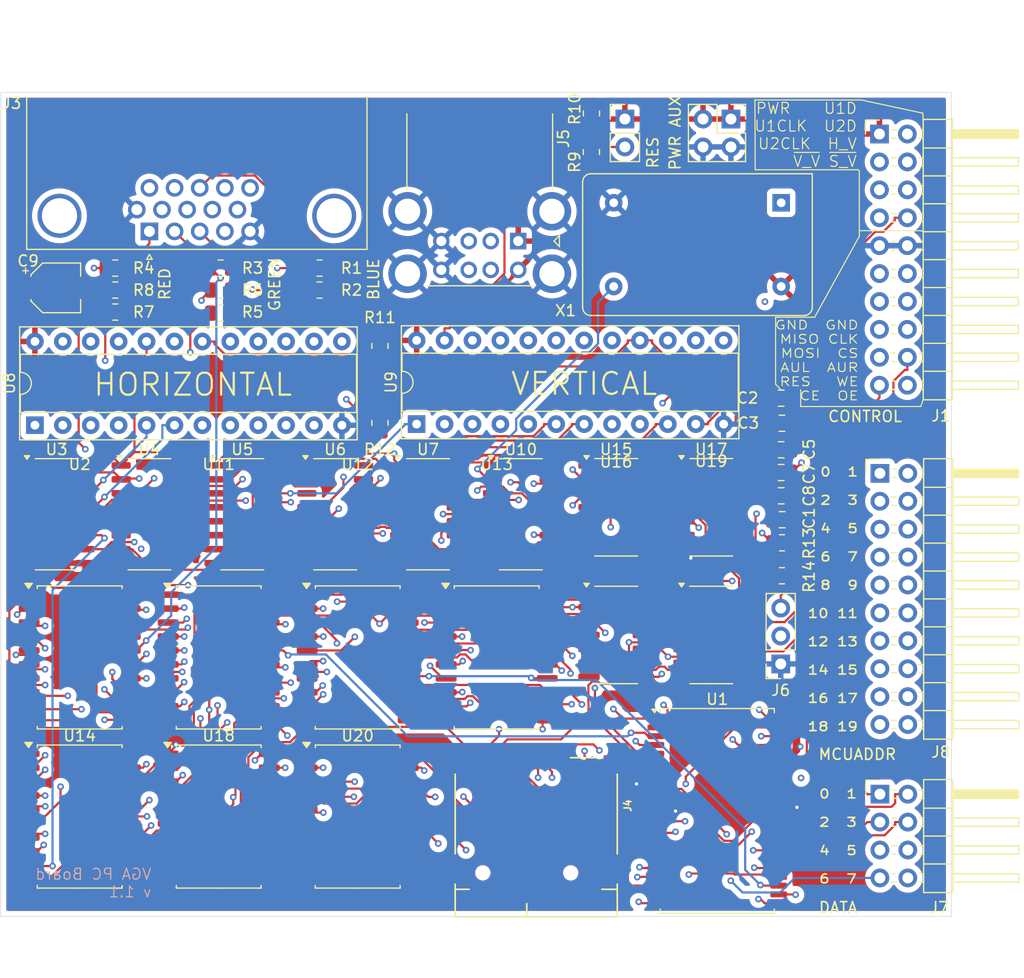
<source format=kicad_pcb>
(kicad_pcb (version 20240108) (generator "pcbnew") (generator_version "8.0")
  (layers (0 "F.Cu" signal) (1 "In1.Cu" signal) (2 "In2.Cu" signal) (31 "B.Cu" signal) (34 "B.Paste" user) (35 "F.Paste" user) (36 "B.SilkS" user "B.Silkscreen") (37 "F.SilkS" user "F.Silkscreen") (38 "B.Mask" user) (39 "F.Mask" user) (44 "Edge.Cuts" user))
  (net 0 "")
  (net 1 "PWR")
  (net 2 "Net-(U3-~{MR})")
  (net 3 "H_VISIBLE")
  (net 4 "~{H_SYNC}")
  (net 5 "V_FRONT_PORCH")
  (net 6 "~{V_SYNC}")
  (net 7 "~{V_RESET}")
  (net 8 "~{SCREEN_VISIBLE}")
  (net 10 "Net-(J1-Pin_2)")
  (net 11 "GND")
  (net 12 "~{V_VISIBLE}")
  (net 13 "Net-(J1-Pin_14)")
  (net 14 "Net-(J1-Pin_13)")
  (net 15 "Net-(J1-Pin_12)")
  (net 16 "Net-(J1-Pin_11)")
  (net 18 "Net-(J3-Pad2)")
  (net 21 "Net-(J3-Pad3)")
  (net 22 "Net-(J3-Pad13)")
  (net 23 "Net-(J3-Pad14)")
  (net 24 "Net-(J3-Pad1)")
  (net 27 "Net-(U2-B0)")
  (net 28 "Net-(U2-B1)")
  (net 29 "Net-(U2-B2)")
  (net 30 "Net-(U2-B3)")
  (net 31 "Net-(U2-B4)")
  (net 32 "Net-(U2-B5)")
  (net 33 "Net-(U2-B6)")
  (net 34 "Net-(U2-B7)")
  (net 35 "MEMADDR0")
  (net 36 "MEMADDR13")
  (net 37 "MEMADDR14")
  (net 39 "MEMADDR2")
  (net 40 "MEMADDR9")
  (net 42 "MEMADDR10")
  (net 43 "MEMADDR11")
  (net 44 "DATA6")
  (net 45 "MEMADDR15")
  (net 46 "MEMADDR5")
  (net 47 "MEMADDR4")
  (net 49 "/MCU CE")
  (net 51 "MEMADDR12")
  (net 53 "MEMADDR3")
  (net 54 "Net-(J1-Pin_3)")
  (net 55 "~{OE}")
  (net 57 "MEMADDR7")
  (net 58 "MEMADDR18")
  (net 60 "MEMADDR16")
  (net 61 "MEMADDR17")
  (net 62 "MEMADDR19")
  (net 63 "MEMADDR8")
  (net 64 "MEMADDR1")
  (net 66 "MEMADDR6")
  (net 67 "~{VGA_OUT}")
  (net 68 "A1")
  (net 69 "A2")
  (net 72 "A0")
  (net 73 "A3")
  (net 75 "Net-(U3-TC)")
  (net 76 "H_CLK")
  (net 80 "A6")
  (net 81 "A4")
  (net 82 "A5")
  (net 84 "A7")
  (net 87 "Net-(U5-TC)")
  (net 89 "A8")
  (net 90 "A9")
  (net 91 "Net-(U5-Q0)")
  (net 93 "Net-(J1-Pin_16)")
  (net 95 "A10")
  (net 96 "A11")
  (net 98 "A12")
  (net 100 "Net-(U6-TC)")
  (net 101 "A13")
  (net 104 "A15")
  (net 105 "A14")
  (net 109 "RESOLUTION")
  (net 113 "Net-(J1-Pin_15)")
  (net 116 "Net-(U10-TC)")
  (net 127 "A16")
  (net 128 "A18")
  (net 129 "A17")
  (net 131 "/MCU WE")
  (net 132 "DATA4")
  (net 133 "DATA7")
  (net 134 "~{TIMING ADDR}")
  (net 144 "Net-(U16-Pad8)")
  (net 146 "~{MCU OE}")
  (net 148 "DATA0")
  (net 165 "Net-(J1-Pin_5)")
  (net 166 "Net-(J1-Pin_4)")
  (net 169 "DATA3")
  (net 170 "DATA5")
  (net 171 "DATA1")
  (net 172 "Net-(J6-Pin_2)")
  (net 173 "/MCU OE")
  (net 174 "MCUMEMADDR1")
  (net 175 "DATA2")
  (net 176 "MCUMEMADDR17")
  (net 177 "MCUMEMADDR10")
  (net 178 "Net-(U1-~{WE})")
  (net 179 "Net-(U11-CE)")
  (net 204 "MCUMEMADDR4")
  (net 205 "MCUMEMADDR7")
  (net 206 "MCUMEMADDR15")
  (net 207 "MCUMEMADDR18")
  (net 208 "MCUMEMADDR8")
  (net 209 "MCUMEMADDR6")
  (net 210 "MCUMEMADDR5")
  (net 211 "MCUMEMADDR9")
  (net 212 "MCUMEMADDR3")
  (net 213 "MCUMEMADDR11")
  (net 214 "MCUMEMADDR14")
  (net 215 "MCUMEMADDR0")
  (net 216 "MCUMEMADDR2")
  (net 217 "MCUMEMADDR16")
  (net 218 "MCUMEMADDR12")
  (net 219 "MCUMEMADDR19")
  (net 220 "MCUMEMADDR13")
  (net 221 "A19")
  (net 224 "Net-(U8-IO23)")
  (footprint "Resistor_SMD:R_0805_2012Metric" (layer "F.Cu") (at 128.0875 98)
    (property "Reference" "R13")
    (property "Value" "R490K")
  )
  (footprint "Resistor_SMD:R_0805_2012Metric" (layer "F.Cu") (at 86 75)
    (property "Reference" "R2")
    (property "Value" "R800")
  )
  (footprint "Connector_PinHeader_2.54mm:PinHeader_1x02_P2.54mm_Vertical" (layer "F.Cu") (at 113.792 59.436)
    (property "Reference" "JP1" (hide yes))
    (property "Value" "RES")
  )
  (footprint "Package_SO:SO-16_3.9x9.9mm_P1.27mm" (layer "F.Cu") (at 70.525 95.405)
    (property "Reference" "U4")
    (property "Value" "74LS161")
  )
  (footprint "Connector_USB:USB_A_CUI_UJ2-ADH-TH_Horizontal_Stacked" (layer "F.Cu") (at 104.084 70.5423 -90)
    (property "Reference" "J5")
    (property "Value" "USB_A_Stacked")
  )
  (footprint "Resistor_SMD:R_0805_2012Metric" (layer "F.Cu") (at 110.75 58.925 90)
    (property "Reference" "R10")
    (property "Value" "R200")
  )
  (footprint "Connector_PinSocket_2.54mm:PinSocket_1x03_P2.54mm_Vertical" (layer "F.Cu") (at 127.975 109.025 180)
    (property "Reference" "J6")
    (property "Value" "AUDIO")
  )
  (footprint "Package_SO:SO-16_3.9x9.9mm_P1.27mm" (layer "F.Cu") (at 104.325 95.405)
    (property "Reference" "U10")
    (property "Value" "74LS161")
  )
  (footprint "Package_SO:SOP-20_7.5x12.8mm_P1.27mm" (layer "F.Cu") (at 64.175 122.915)
    (property "Reference" "U14")
    (property "Value" "74HC245")
  )
  (footprint "Capacitor_SMD:C_0805_2012Metric" (layer "F.Cu") (at 128.016 84.836)
    (property "Reference" "C2")
    (property "Value" "560pf")
  )
  (footprint "Package_SO:TSOP-II-44_10.16x18.41mm_P0.8mm" (layer "F.Cu") (at 122.2 122.4)
    (property "Reference" "U1")
    (property "Value" "K6X8008T2B-TF55")
  )
  (footprint "Resistor_SMD:R_0805_2012Metric" (layer "F.Cu") (at 67.4125 77)
    (property "Reference" "R7")
    (property "Value" "R470")
  )
  (footprint "Package_DIP:DIP-24_W7.62mm_Socket" (layer "F.Cu") (at 94.84 87.2 90)
    (property "Reference" "U9")
    (property "Value" "GAL22V10")
  )
  (footprint "Package_SO:SOP-20_7.5x12.8mm_P1.27mm" (layer "F.Cu") (at 64.175 108.435)
    (property "Reference" "U2")
    (property "Value" "74HC245")
  )
  (footprint "Oscillator:Oscillator_DIP-14" (layer "F.Cu") (at 128.016 67.056 180)
    (property "Reference" "X1")
    (property "Value" "TCXO-14")
  )
  (footprint "SDCard:J_SD_Card-micro_socket_A" (layer "F.Cu") (at 104.8475 124.5594 180)
    (property "Reference" "J4")
    (property "Value" "Micro_SD_Card" (hide yes))
  )
  (footprint "Connector_PinHeader_2.54mm:PinHeader_2x10_P2.54mm_Horizontal" (layer "F.Cu") (at 136.96 60.8)
    (property "Reference" "J1")
    (property "Value" "CONTROL")
  )
  (footprint "Resistor_SMD:R_0805_2012Metric" (layer "F.Cu") (at 77 77.1)
    (property "Reference" "R5")
    (property "Value" "R470")
  )
  (footprint "Resistor_SMD:R_0805_2012Metric" (layer "F.Cu") (at 77 73)
    (property "Reference" "R3")
    (property "Value" "R1.8K")
  )
  (footprint "Capacitor_SMD:C_0805_2012Metric" (layer "F.Cu") (at 128.016 89.536)
    (property "Reference" "C5")
    (property "Value" "560pf")
  )
  (footprint "Package_SO:SO-16_3.9x9.9mm_P1.27mm" (layer "F.Cu") (at 78.975 95.405)
    (property "Reference" "U5")
    (property "Value" "74LS161")
  )
  (footprint "Capacitor_SMD:C_0805_2012Metric" (layer "F.Cu") (at 128.082 87.122)
    (property "Reference" "C3")
    (property "Value" "560pf")
  )
  (footprint "Resistor_SMD:R_0805_2012Metric" (layer "F.Cu") (at 128.0875 101)
    (property "Reference" "R14")
    (property "Value" "R3.9K")
  )
  (footprint "Resistor_SMD:R_0805_2012Metric" (layer "F.Cu") (at 67.4125 75)
    (property "Reference" "R8")
    (property "Value" "R1.8K")
  )
  (footprint "Package_SO:SO-16_3.9x9.9mm_P1.27mm" (layer "F.Cu") (at 62.075 95.405)
    (property "Reference" "U3")
    (property "Value" "74LS161")
  )
  (footprint "Package_SO:SO-14_3.9x8.65mm_P1.27mm" (layer "F.Cu") (at 113 106.39)
    (property "Reference" "U16")
    (property "Value" "74LS08")
  )
  (footprint "Capacitor_SMD:C_0805_2012Metric" (layer "F.Cu") (at 128.1 95.9)
    (property "Reference" "C1")
    (property "Value" "4.7nF")
  )
  (footprint "Resistor_SMD:R_0805_2012Metric" (layer "F.Cu") (at 110.744 62.4375 -90)
    (property "Reference" "R9")
    (property "Value" "10K")
  )
  (footprint "Connector_PinSocket_2.54mm:PinSocket_2x02_P2.54mm_Vertical" (layer "F.Cu") (at 123.444 59.436)
    (property "Reference" "J2" (hide yes))
    (property "Value" "PWR AUX")
  )
  (footprint "Connector_PinHeader_2.54mm:PinHeader_2x04_P2.54mm_Horizontal" (layer "F.Cu") (at 137 120.88)
    (property "Reference" "J7")
    (property "Value" "DATA")
  )
  (footprint "Package_SO:SO-14_3.9x8.65mm_P1.27mm" (layer "F.Cu") (at 113 94.77)
    (property "Reference" "U15")
    (property "Value" "74LS32")
  )
  (footprint "Package_SO:SOP-20_7.5x12.8mm_P1.27mm" (layer "F.Cu") (at 76.825 122.915)
    (property "Reference" "U18")
    (property "Value" "74HC245")
  )
  (footprint "Package_SO:SOP-20_7.5x12.8mm_P1.27mm" (layer "F.Cu") (at 102.125 108.435)
    (property "Reference" "U13")
    (property "Value" "74HC245")
  )
  (footprint "Package_SO:SOP-20_7.5x12.8mm_P1.27mm" (layer "F.Cu") (at 89.475 122.915)
    (property "Reference" "U20")
    (property "Value" "74HC245")
  )
  (footprint "Package_DIP:DIP-24_W7.62mm_Socket" (layer "F.Cu") (at 60.1 87.3 90)
    (property "Reference" "U8")
    (property "Value" "GAL22V10")
  )
  (footprint "Connector_PinHeader_2.54mm:PinHeader_2x10_P2.54mm_Horizontal" (layer "F.Cu") (at 137 91.68)
    (property "Reference" "J8")
    (property "Value" "MCUADDR")
  )
  (footprint "Capacitor_SMD:C_0805_2012Metric" (layer "F.Cu") (at 128.016 93.726)
    (property "Reference" "C8")
    (property "Value" "560pf")
  )
  (footprint "Package_SO:SO-16_3.9x9.9mm_P1.27mm" (layer "F.Cu") (at 95.875 95.405)
    (property "Reference" "U7")
    (property "Value" "74LS161")
  )
  (footprint "Package_SO:SO-14_3.9x8.65mm_P1.27mm" (layer "F.Cu") (at 121.65 106.39)
    (property "Reference" "U19")
    (property "Value" "74HC14")
  )
  (footprint "Package_SO:SOP-20_7.5x12.8mm_P1.27mm" (layer "F.Cu") (at 89.475 108.435)
    (property "Reference" "U12")
    (property "Value" "74HC245")
  )
  (footprint "Connector_Dsub:DSUB-15-HD_Female_Horizontal_P2.29x1.98mm_EdgePinOffset8.35mm_Housed_MountingHolesOffset10.89mm" (layer "F.Cu") (at 70.52 69.66 180)
    (property "Reference" "J3")
    (property "Value" "VGA OUT")
  )
  (footprint "Resistor_SMD:R_0805_2012Metric" (layer "F.Cu") (at 77 75)
    (property "Reference" "R6")
    (property "Value" "R1.2K")
  )
  (footprint "Package_SO:SO-14_3.9x8.65mm_P1.27mm" (layer "F.Cu") (at 121.65 94.77)
    (property "Reference" "U17")
    (property "Value" "74HC00")
  )
  (footprint "Capacitor_SMD:C_0805_2012Metric" (layer "F.Cu") (at 128.016 91.606)
    (property "Reference" "C7")
    (property "Value" "560pf")
  )
  (footprint "Package_SO:SO-16_3.9x9.9mm_P1.27mm" (layer "F.Cu") (at 87.425 95.405)
    (property "Reference" "U6")
    (property "Value" "74LS161")
  )
  (footprint "Resistor_SMD:R_0805_2012Metric" (layer "F.Cu") (at 91.5 87.0875 90)
    (property "Reference" "R12")
    (property "Value" "R100")
  )
  (footprint "Package_SO:SOP-20_7.5x12.8mm_P1.27mm" (layer "F.Cu") (at 76.825 108.435)
    (property "Reference" "U11")
    (property "Value" "74HC245")
  )
  (footprint "Resistor_SMD:R_0805_2012Metric" (layer "F.Cu") (at 86 73)
    (property "Reference" "R1")
    (property "Value" "R470")
  )
  (footprint "Resistor_SMD:R_0805_2012Metric" (layer "F.Cu") (at 67.4125 73)
    (property "Reference" "R4")
    (property "Value" "R2.2K")
  )
  (footprint "Resistor_SMD:R_0805_2012Metric" (layer "F.Cu") (at 91.5 80.0875 90)
    (property "Reference" "R11")
    (property "Value" "R100")
  )
  (footprint "Capacitor_SMD:CP_Elec_4x4.5" (layer "F.Cu") (at 62 74.8)
    (property "Reference" "C9")
    (property "Value" "C_Small")
  )
  (gr_line (start 127.508 83.566) (end 128.016 84.101) (stroke (width 0.1)) (layer "F.SilkS"))
  (gr_line (start 135.025 64.05) (end 125.65 64.05) (stroke (width 0.1)) (layer "F.SilkS"))
  (gr_line (start 129.794 85.598) (end 140.716 85.598) (stroke (width 0.1)) (layer "F.SilkS"))
  (gr_line (start 140.716 69.596) (end 135.128 69.596) (stroke (width 0.1)) (layer "F.SilkS"))
  (gr_line (start 127.508 77.47) (end 127.508 83.566) (stroke (width 0.1)) (layer "F.SilkS"))
  (gr_line (start 140.9 58.9) (end 140.94 59.47) (stroke (width 0.1)) (layer "F.SilkS"))
  (gr_line (start 140.716 85.598) (end 140.94 84.99) (stroke (width 0.1)) (layer "F.SilkS"))
  (gr_line (start 135.125 64.15) (end 135.025 64.05) (stroke (width 0.1)) (layer "F.SilkS"))
  (gr_line (start 135.3 57.7) (end 140.9 58.9) (stroke (width 0.1)) (layer "F.SilkS"))
  (gr_line (start 135.128 70.104) (end 131.064 77.47) (stroke (width 0.1)) (layer "F.SilkS"))
  (gr_line (start 129.794 84.074) (end 129.794 85.598) (stroke (width 0.1)) (layer "F.SilkS"))
  (gr_line (start 140.94 69.69) (end 140.716 69.596) (stroke (width 0.1)) (layer "F.SilkS"))
  (gr_line (start 125.65 64.05) (end 125.625 57.7) (stroke (width 0.1)) (layer "F.SilkS"))
  (gr_line (start 135.128 69.596) (end 135.125 64.15) (stroke (width 0.1)) (layer "F.SilkS"))
  (gr_line (start 135.128 69.596) (end 135.128 70.104) (stroke (width 0.1)) (layer "F.SilkS"))
  (gr_line (start 125.625 57.7) (end 135.3 57.7) (stroke (width 0.1)) (layer "F.SilkS"))
  (gr_line (start 131.064 77.47) (end 127.508 77.47) (stroke (width 0.1)) (layer "F.SilkS"))
  (gr_line (start 57 132) (end 57 57) (stroke (width 0.05)) (layer "Edge.Cuts"))
  (gr_line (start 135 132) (end 57 132) (stroke (width 0.05)) (layer "Edge.Cuts"))
  (gr_line (start 143.5 132) (end 135 132) (stroke (width 0.05)) (layer "Edge.Cuts"))
  (gr_line (start 57 57) (end 135 57) (stroke (width 0.05)) (layer "Edge.Cuts"))
  (gr_line (start 143.5 57) (end 143.5 132) (stroke (width 0.05)) (layer "Edge.Cuts"))
  (gr_line (start 135 57) (end 143.5 57) (stroke (width 0.05)) (layer "Edge.Cuts"))
  (gr_text "VGA PC Board\nv 1.1" (at 70.775 130.35 0) (layer "B.SilkS") (effects (font (size 1 1) (thickness 0.1)) (justify left bottom mirror)))
  (gr_text "GND  GND\nMISO CLK\nMOSI  CS\nAUL  AUR\nRES   WE\nCE  OE" (at 135.128 85.09 0) (layer "F.SilkS") (effects (font (size 0.8 1) (thickness 0.1)) (justify right bottom)))
  (gr_text "0  1\n\n2  3\n\n4  5\n\n6  7\n\n8  9\n\n10 11\n\n12 13\n\n14 15\n\n16 17\n\n18 19" (at 135.1 115.2 0) (layer "F.SilkS") (effects (font (size 0.8 1)) (justify right bottom)))
  (gr_text "HORIZONTAL" (at 65.3 84.775 0) (layer "F.SilkS") (effects (font (size 2 2) (thickness 0.2)) (justify left bottom)))
  (gr_text "PWR    U1D\nU1CLK  U2D\nU2CLK  H_V\n~{V_V} ~{S_V}" (at 134.975 63.875 0) (layer "F.SilkS") (effects (font (size 1 1) (thickness 0.1)) (justify right bottom)))
  (gr_text "RED" (at 72.5 76 90) (layer "F.SilkS") (effects (font (size 1 1)) (justify left bottom)))
  (gr_text "0  1\n\n2  3\n\n4  5\n\n6  7" (at 135 129.05 0) (layer "F.SilkS") (effects (font (size 0.8 1)) (justify right bottom)))
  (gr_text "VERTICAL" (at 103.3 84.7 0) (layer "F.SilkS") (effects (font (size 2 2) (thickness 0.2)) (justify left bottom)))
  (gr_text "GREEN" (at 82.5 77 90) (layer "F.SilkS") (effects (font (size 1 1)) (justify left bottom)))
  (gr_text "BLUE" (at 91.5 76 90) (layer "F.SilkS") (effects (font (size 1 1)) (justify left bottom)))
  (segment (start 90.6692 99.1808) (end 90 99.85) (width 0.2) (layer "F.Cu") (net 1))
  (segment (start 122.8361 94.4189) (end 122.8361 99.8896) (width 0.2) (layer "F.Cu") (net 1))
  (segment (start 92.6992 99.1808) (end 90.6692 99.1808) (width 0.2) (layer "F.Cu") (net 1))
  (segment (start 84.875 117.2) (end 94.075 117.2) (width 0.2) (layer "F.Cu") (net 1))
  (segment (start 74.6558 98.5471) (end 73.3529 99.85) (width 0.2) (layer "F.Cu") (net 1))
  (segment (start 101.4747 90.6847) (end 98.7253 90.6847) (width 0.2) (layer "F.Cu") (net 1))
  (segment (start 124.125 102.58) (end 122.882 102.58) (width 0.2) (layer "F.Cu") (net 1))
  (segment (start 74.0537 97.945) (end 74.6558 98.5471) (width 0.2) (layer "F.Cu") (net 1))
  (segment (start 59.5 98.58) (end 59.2059 98.58) (width 0.2) (layer "F.Cu") (net 1))
  (segment (start 100.2243 99.8413) (end 101.4856 98.58) (width 0.2) (layer "F.Cu") (net 1))
  (segment (start 66.244 99.85) (end 64.65 99.85) (width 0.2) (layer "F.Cu") (net 1))
  (segment (start 81.425 117.2) (end 80.7193 117.2) (width 0.2) (layer "F.Cu") (net 1))
  (segment (start 123.4936 90.3286) (end 116.1064 90.3286) (width 0.2) (layer "F.Cu") (net 1))
  (segment (start 87.6871 90.96) (end 90 90.96) (width 0.2) (layer "F.Cu") (net 1))
  (segment (start 120.977 104.485) (end 118.167 104.485) (width 0.2) (layer "F.Cu") (net 1))
  (segment (start 127.2032 117.2) (end 127.7875 117.2) (width 0.2) (layer "F.Cu") (net 1))
  (segment (start 67.95 98.58) (end 67.514 98.58) (width 0.2) (layer "F.Cu") (net 1))
  (segment (start 72.225 117.2) (end 72.9302 116.4948) (width 0.2) (layer "F.Cu") (net 1))
  (segment (start 123.12 94.135) (end 122.8361 94.4189) (width 0.2) (layer "F.Cu") (net 1))
  (segment (start 124.1881 101.2416) (end 124.1881 102.5169) (width 0.2) (layer "F.Cu") (net 1))
  (segment (start 61.394 90.96) (end 64.65 90.96) (width 0.2) (layer "F.Cu") (net 1))
  (segment (start 64.65 99.85) (end 63.2329 99.85) (width 0.2) (layer "F.Cu") (net 1))
  (segment (start 81.425 102.72) (end 74.6236 102.72) (width 0.2) (layer "F.Cu") (net 1))
  (segment (start 104.3602 119.04) (end 104.5126 118.8876) (width 0.2) (layer "F.Cu") (net 1))
  (segment (start 127.7875 122.8) (end 127.1762 122.8) (width 0.2) (layer "F.Cu") (net 1))
  (segment (start 58.5529 91.5893) (end 60.7647 91.5893) (width 0.2) (layer "F.Cu") (net 1))
  (segment (start 116.8189 121.7936) (end 116.6125 122) (width 0.2) (layer "F.Cu") (net 1))
  (segment (start 81.55 102.72) (end 81.55 99.85) (width 0.2) (layer "F.Cu") (net 1))
  (segment (start 100.8338 100.4508) (end 106.2992 100.4508) (width 0.2) (layer "F.Cu") (net 1))
  (segment (start 127.1762 122.8) (end 126.6868 122.3106) (width 0.2) (layer "F.Cu") (net 1))
  (segment (start 127.066 91.606) (end 127.066 93.726) (width 0.2) (layer "F.Cu") (net 1))
  (segment (start 127.132 89.47) (end 127.066 89.536) (width 0.2) (layer "F.Cu") (net 1))
  (segment (start 72.9302 116.4948) (end 72.9302 116.3636) (width 0.2) (layer "F.Cu") (net 1))
  (segment (start 60.7647 91.5893) (end 61.394 90.96) (width 0.2) (layer "F.Cu") (net 1))
  (segment (start 58.3087 97.6828) (end 59.2059 98.58) (width 0.2) (layer "F.Cu") (net 1))
  (segment (start 126.6868 117.7164) (end 127.2032 117.2) (width 0.2) (layer "F.Cu") (net 1))
  (segment (start 71.9076 91.8423) (end 71.9076 97.632) (width 0.2) (layer "F.Cu") (net 1))
  (segment (start 74.1619 112.863) (end 74.6236 112.4013) (width 0.2) (layer "F.Cu") (net 1))
  (segment (start 79.9228 98.58) (end 76.4 98.58) (width 0.2) (layer "F.Cu") (net 1))
  (segment (start 124.125 90.96) (end 123.4936 90.3286) (width 0.2) (layer "F.Cu") (net 1))
  (segment (start 60.1 79.68) (end 60.1 80.7801) (width 0.2) (layer "F.Cu") (net 1))
  (segment (start 118.167 104.485) (end 116.262 102.58) (width 0.2) (layer "F.Cu") (net 1))
  (segment (start 96.6939 119.04) (end 104.3602 119.04) (width 0.2) (layer "F.Cu") (net 1))
  (segment (start 58.3087 91.8335) (end 58.3087 97.6828) (width 0.2) (layer "F.Cu") (net 1))
  (segment (start 72.2206 97.945) (end 74.0537 97.945) (width 0.2) (layer "F.Cu") (net 1))
  (segment (start 93.5662 98.58) (end 93.3 98.58) (width 0.2) (layer "F.Cu") (net 1))
  (segment (start 122.8361 99.8896) (end 124.1881 101.2416) (width 0.2) (layer "F.Cu") (net 1))
  (segment (start 127.132 87.122) (end 127.132 89.47) (width 0.2) (layer "F.Cu") (net 1))
  (segment (start 72.9302 116.3636) (end 74.1619 115.1319) (width 0.2) (layer "F.Cu") (net 1))
  (segment (start 129.75 116.55) (end 129.1 117.2) (width 0.2) (layer "F.Cu") (net 1))
  (segment (start 68.9397 98.58) (end 67.95 98.58) (width 0.2) (layer "F.Cu") (net 1))
  (segment (start 94.4758 99.4896) (end 93.5662 98.58) (width 0.2) (layer "F.Cu") (net 1))
  (segment (start 74.6558 98.5471) (end 76.3671 98.5471) (width 0.2) (layer "F.Cu") (net 1))
  (segment (start 80.7193 117.2) (end 80.1254 117.7939) (width 0.2) (layer "F.Cu") (net 1))
  (segment (start 127.066 90.96) (end 127.066 91.606) (width 0.2) (layer "F.Cu") (net 1))
  (segment (start 123.6531 125.124) (end 122.811 125.124) (width 0.2) (layer "F.Cu") (net 1))
  (segment (start 79.9228 92.3447) (end 81.3075 90.96) (width 0.2) (layer "F.Cu") (net 1))
  (segment (start 74.6236 112.4013) (end 74.6236 102.72) (width 0.2) (layer "F.Cu") (net 1))
  (segment (start 122.882 102.58) (end 120.977 104.485) (width 0.2) (layer "F.Cu") (net 1))
  (segment (start 94.075 102.72) (end 84.875 102.72) (width 0.2) (layer "F.Cu") (net 1))
  (segment (start 85.7821 92.865) (end 87.6871 90.96) (width 0.2) (layer "F.Cu") (net 1))
  (segment (start 68.775 102.72) (end 72.225 102.72) (width 0.2) (layer "F.Cu") (net 1))
  (segment (start 126.4665 122.3106) (end 123.6531 125.124) (width 0.2) (layer "F.Cu") (net 1))
  (segment (start 59.2059 98.58) (end 58.3242 99.4617) (width 0.2) (layer "F.Cu") (net 1))
  (segment (start 106.2992 102.2942) (end 106.2992 100.4508) (width 0.2) (layer "F.Cu") (net 1))
  (segment (start 58.5529 91.5893) (end 58.3087 91.8335) (width 0.2) (layer "F.Cu") (net 1))
  (segment (start 60.1 79.68) (end 60.1 74.9) (width 0.2) (layer "F.Cu") (net 1))
  (segment (start 89.3208 99.85) (end 88.0508 98.58) (width 0.2) (layer "F.Cu") (net 1))
  (segment (start 81.55 102.72) (end 81.425 102.72) (width 0.2) (layer "F.Cu") (net 1))
  (segment (start 101.75 90.96) (end 101.4747 90.6847) (width 0.2) (layer "F.Cu") (net 1))
  (segment (start 57.775 115.4) (end 59.575 117.2) (width 0.2) (layer "F.Cu") (net 1))
  (segment (start 129.1 117.2) (end 127.7875 117.2) (width 0.2) (layer "F.Cu") (net 1))
  (segment (start 127.066 84.836) (end 127.132 84.902) (width 0.2) (layer "F.Cu") (net 1))
  (segment (start 127.132 84.902) (end 127.132 87.122) (width 0.2) (layer "F.Cu") (net 1))
  (segment (start 106.2992 100.4508) (end 106.9 99.85) (width 0.2) (layer "F.Cu") (net 1))
  (segment (start 74.1619 115.1319) (end 74.1619 112.863) (width 0.2) (layer "F.Cu") (net 1))
  (segment (start 104.5126 118.8876) (end 104.7625 118.6377) (width 0.2) (layer "F.Cu") (net 1))
  (segment (start 98.45 99.85) (end 100.2156 99.85) (width 0.2) (layer "F.Cu") (net 1))
  (segment (start 114.8741 103.1809) (end 107.1859 103.1809) (width 0.2) (layer "F.Cu") (net 1))
  (segment (start 104.5126 118.8876) (end 107.625 122) (width 0.2) (layer "F.Cu") (net 1))
  (segment (start 115.475 90.96) (end 114.8679 90.3529) (width 0.2) (layer "F.Cu") (net 1))
  (segment (start 107.625 122) (end 116.6125 122) (width 0.2) (layer "F.Cu") (net 1))
  (segment (start 58.3242 91.3606) (end 58.5529 91.5893) (width 0.2) (layer "F.Cu") (net 1))
  (segment (start 67.514 98.58) (end 66.244 99.85) (width 0.2) (layer "F.Cu") (net 1))
  (segment (start 127.066 93.726) (end 126.657 94.135) (width 0.2) (layer "F.Cu") (net 1))
  (segment (start 107.5071 90.3529) (end 106.9 90.96) (width 0.2) (layer "F.Cu") (net 1))
  (segment (start 81.55 90.96) (end 81.8565 90.96) (width 0.2) (layer "F.Cu") (net 1))
  (segment (start 98.45 99.85) (end 98.45 101.795) (width 0.2) (layer "F.Cu") (net 1))
  (segment (start 126.6868 122.3106) (end 126.6868 117.7164) (width 0.2) (layer "F.Cu") (net 1))
  (segment (start 119.4806 121.7936) (end 116.8189 121.7936) (width 0.2) (layer "F.Cu") (net 1))
  (segment (start 124.1881 102.5169) (end 124.125 102.58) (width 0.2) (layer "F.Cu") (net 1))
  (segment (start 59.3952 102.5402) (end 57.775 104.1604) (width 0.2) (layer "F.Cu") (net 1))
  (segment (start 94.8539 117.2) (end 96.6939 119.04) (width 0.2) (layer "F.Cu") (net 1))
  (segment (start 93.3 98.58) (end 92.6992 99.1808) (width 0.2) (layer "F.Cu") (net 1))
  (segment (start 76.3671 98.5471) (end 76.4 98.58) (width 0.2) (layer "F.Cu") (net 1))
  (segment (start 81.55 102.72) (end 84.875 102.72) (width 0.2) (layer "F.Cu") (net 1))
  (segment (start 71.9076 97.632) (end 72.2206 97.945) (width 0.2) (layer "F.Cu") (net 1))
  (segment (start 63.2329 99.85) (end 61.9629 98.58) (width 0.2) (layer "F.Cu") (net 1))
  (segment (start 107.1859 103.1809) (end 106.725 102.72) (width 0.2) (layer "F.Cu") (net 1))
  (segment (start 106.9 90.96) (end 101.75 90.96) (width 0.2) (layer "F.Cu") (net 1))
  (segment (start 98.7253 90.6847) (end 98.45 90.96) (width 0.2) (layer "F.Cu") (net 1))
  (segment (start 126.6868 122.3106) (end 126.4665 122.3106) (width 0.2) (layer "F.Cu") (net 1))
  (segment (start 57.775 104.1604) (end 57.775 115.4) (width 0.2) (layer "F.Cu") (net 1))
  (segment (start 122.811 125.124) (end 119.4806 121.7936) (width 0.2) (layer "F.Cu") (net 1))
  (segment (start 81.55 98.58) (end 79.9228 98.58) (width 0.2) (layer "F.Cu") (net 1))
  (segment (start 74.6236 102.72) (end 72.225 102.72) (width 0.2) (layer "F.Cu") (net 1))
  (segment (start 61.9629 98.58) (end 59.5 98.58) (width 0.2) (layer "F.Cu") (net 1))
  (segment (start 98.45 101.795) (end 97.525 102.72) (width 0.2) (layer "F.Cu") (net 1))
  (segment (start 126.657 94.135) (end 123.12 94.135) (width 0.2) (layer "F.Cu") (net 1))
  (segment (start 81.55 98.58) (end 84.85 98.58) (width 0.2) (layer "F.Cu") (net 1))
  (segment (start 60.1 74.9) (end 60.2 74.8) (width 0.2) (layer "F.Cu") (net 1))
  (segment (start 127.066 89.536) (end 127.066 90.96) (width 0.2) (layer "F.Cu") (net 1))
  (segment (start 127.066 90.96) (end 124.125 90.96) (width 0.2) (layer "F.Cu") (net 1))
  (segment (start 88.0508 98.58) (end 84.85 98.58) (width 0.2) (layer "F.Cu") (net 1))
  (segment (start 84.875 117.2) (end 81.425 117.2) (width 0.2) (layer "F.Cu") (net 1))
  (segment (start 116.1064 90.3286) (end 115.475 90.96) (width 0.2) (layer "F.Cu") (net 1))
  (segment (start 73.1 90.96) (end 72.7899 90.96) (width 0.2) (layer "F.Cu") (net 1))
  (segment (start 73.1 99.85) (end 70.2097 99.85) (width 0.2) (layer "F.Cu") (net 1))
  (segment (start 79.9228 98.58) (end 79.9228 92.3447) (width 0.2) (layer "F.Cu") (net 1))
  (segment (start 81.3075 90.96) (end 81.55 90.96) (width 0.2) (layer "F.Cu") (net 1))
  (segment (start 83.7615 92.865) (end 85.7821 92.865) (width 0.2) (layer "F.Cu") (net 1))
  (segment (start 73.3529 99.85) (end 73.1 99.85) (width 0.2) (layer "F.Cu") (net 1))
  (segment (start 94.4758 102.72) (end 94.075 102.72) (width 0.2) (layer "F.Cu") (net 1))
  (segment (start 72.225 117.2) (end 68.775 117.2) (width 0.2) (layer "F.Cu") (net 1))
  (segment (start 94.075 117.2) (end 94.8539 117.2) (width 0.2) (layer "F.Cu") (net 1))
  (segment (start 106.725 102.72) (end 106.2992 102.2942) (width 0.2) (layer "F.Cu") (net 1))
  (segment (start 58.3242 101.4692) (end 59.3952 102.5402) (width 0.2) (layer "F.Cu") (net 1))
  (segment (start 101.4856 98.58) (end 101.75 98.58) (width 0.2) (layer "F.Cu") (net 1))
  (segment (start 100.2156 99.85) (end 100.2243 99.8413) (width 0.2) (layer "F.Cu") (net 1))
  (segment (start 114.8679 90.3529) (end 107.5071 90.3529) (width 0.2) (layer "F.Cu") (net 1))
  (segment (start 116.262 102.58) (end 115.475 102.58) (width 0.2) (layer "F.Cu") (net 1))
  (segment (start 59.3952 102.5402) (end 59.575 102.72) (width 0.2) (layer "F.Cu") (net 1))
  (segment (start 104.7625 117.5376) (end 104.7625 118.6377) (width 0.2) (layer "F.Cu") (net 1))
  (segment (start 58.3242 82.5559) (end 58.3242 91.3606) (width 0.2) (layer "F.Cu") (net 1))
  (segment (start 106.9 98.58) (end 106.9 99.85) (width 0.2) (layer "F.Cu") (net 1))
  (segment (start 72.7899 90.96) (end 71.9076 91.8423) (width 0.2) (layer "F.Cu") (net 1))
  (segment (start 100.2243 99.8413) (end 100.8338 100.4508) (width 0.2) (layer "F.Cu") (net 1))
  (segment (start 94.4758 102.72) (end 97.525 102.72) (width 0.2) (layer "F.Cu") (net 1))
  (segment (start 81.8565 90.96) (end 83.7615 92.865) (width 0.2) (layer "F.Cu") (net 1))
  (segment (start 60.1 80.7801) (end 58.3242 82.5559) (width 0.2) (layer "F.Cu") (net 1))
  (segment (start 94.4758 102.72) (end 94.4758 99.4896) (width 0.2) (layer "F.Cu") (net 1))
  (segment (start 70.2097 99.85) (end 68.9397 98.58) (width 0.2) (layer "F.Cu") (net 1))
  (segment (start 90 99.85) (end 89.3208 99.85) (width 0.2) (layer "F.Cu") (net 1))
  (segment (start 115.475 102.58) (end 114.8741 103.1809) (width 0.2) (layer "F.Cu") (net 1))
  (segment (start 58.3242 99.4617) (end 58.3242 101.4692) (width 0.2) (layer "F.Cu") (net 1))
  (via (at 80.1254 117.7939) (size 0.6) (drill 0.3) (layers "F.Cu" "B.Cu") (net 1))
  (via (at 72.9302 116.3636) (size 0.6) (drill 0.3) (layers "F.Cu" "B.Cu") (net 1))
  (via (at 129.75 116.55) (size 0.6) (drill 0.3) (layers "F.Cu" "B.Cu") (net 1))
  (segment (start 70.26 80.7801) (end 69.1599 81.8802) (width 0.2) (layer "F.Cu") (net 2))
  (segment (start 82.5288 90.3592) (end 79.819 90.3592) (width 0.2) (layer "F.Cu") (net 2))
  (segment (start 87.4292 90.355) (end 91.1103 90.355) (width 0.2) (layer "F.Cu") (net 2))
  (segment (start 69.1599 89.7501) (end 67.95 90.96) (width 0.2) (layer "F.Cu") (net 2))
  (segment (start 77.9482 92.23) (end 76.4 92.23) (width 0.2) (layer "F.Cu") (net 2))
  (segment (start 69.1599 81.8802) (end 69.1599 89.7501) (width 0.2) (layer "F.Cu") (net 2))
  (segment (start 67.3466 90.3566) (end 67.95 90.96) (width 0.2) (layer "F.Cu") (net 2))
  (segment (start 76.4 92.23) (end 76.1259 92.23) (width 0.2) (layer "F.Cu") (net 2))
  (segment (start 73.646 89.7501) (end 69.1599 89.7501) (width 0.2) (layer "F.Cu") (net 2))
  (segment (start 85.5542 92.23) (end 87.4292 90.355) (width 0.2) (layer "F.Cu") (net 2))
  (segment (start 79.819 90.3592) (end 77.9482 92.23) (width 0.2) (layer "F.Cu") (net 2))
  (segment (start 84.85 92.23) (end 85.5542 92.23) (width 0.2) (layer "F.Cu") (net 2))
  (segment (start 84.3996 92.23) (end 82.5288 90.3592) (width 0.2) (layer "F.Cu") (net 2))
  (segment (start 76.1259 92.23) (end 73.646 89.7501) (width 0.2) (layer "F.Cu") (net 2))
  (segment (start 60.1034 90.3566) (end 67.3466 90.3566) (width 0.2) (layer "F.Cu") (net 2))
  (segment (start 91.1103 90.355) (end 92.9853 92.23) (width 0.2) (layer "F.Cu") (net 2))
  (segment (start 84.85 92.23) (end 84.3996 92.23) (width 0.2) (layer "F.Cu") (net 2))
  (segment (start 59.5 90.96) (end 60.1034 90.3566) (width 0.2) (layer "F.Cu") (net 2))
  (segment (start 70.26 79.68) (end 70.26 80.7801) (width 0.2) (layer "F.Cu") (net 2))
  (segment (start 92.9853 92.23) (end 93.3 92.23) (width 0.2) (layer "F.Cu") (net 2))
  (segment (start 127.7187 83.3765) (end 125.0261 83.3765) (width 0.2) (layer "F.Cu") (net 3))
  (segment (start 128.966 84.6238) (end 127.7187 83.3765) (width 0.2) (layer "F.Cu") (net 3))
  (segment (start 125.0261 83.3765) (end 121.3401 87.0625) (width 0.2) (layer "F.Cu") (net 3))
  (segment (start 120.24 87.2) (end 121.3401 87.2) (width 0.2) (layer "F.Cu") (net 3))
  (segment (start 121.3401 87.0625) (end 121.3401 87.2) (width 0.2) (layer "F.Cu") (net 3))
  (segment (start 128.966 84.836) (end 128.966 84.6238) (width 0.2) (layer "F.Cu") (net 3))
  (segment (start 89.8433 80.8317) (end 77.3638 80.8317) (width 0.2) (layer "F.Cu") (net 4))
  (segment (start 129.787 84.1472) (end 129.787 86.367) (width 0.2) (layer "F.Cu") (net 4))
  (segment (start 129.787 86.367) (end 129.032 87.122) (width 0.2) (layer "F.Cu") (net 4))
  (segment (start 91.5 79.175) (end 89.8433 80.8317) (width 0.2) (layer "F.Cu") (net 4))
  (segment (start 117.226 85.2896) (end 119.5392 82.9764) (width 0.2) (layer "F.Cu") (net 4))
  (segment (start 119.5392 82.9764) (end 128.6162 82.9764) (width 0.2) (layer "F.Cu") (net 4))
  (segment (start 75.34 79.68) (end 76.4401 79.68) (width 0.2) (layer "F.Cu") (net 4))
  (segment (start 77.3638 80.8317) (end 76.4401 79.908) (width 0.2) (layer "F.Cu") (net 4))
  (segment (start 76.4401 79.908) (end 76.4401 79.68) (width 0.2) (layer "F.Cu") (net 4))
  (segment (start 128.6162 82.9764) (end 129.787 84.1472) (width 0.2) (layer "F.Cu") (net 4))
  (via (at 117.226 85.2896) (size 0.6) (drill 0.3) (layers "F.Cu" "B.Cu") (net 4))
  (segment (start 128.966 89.536) (end 130.1893 88.3127) (width 0.2) (layer "F.Cu") (net 6))
  (segment (start 127.9663 81.7606) (end 118.2127 81.7606) (width 0.2) (layer "F.Cu") (net 6))
  (segment (start 130.1893 83.9836) (end 127.9663 81.7606) (width 0.2) (layer "F.Cu") (net 6))
  (segment (start 91.5 86.175) (end 95.7248 81.9502) (width 0.2) (layer "F.Cu") (net 6))
  (segment (start 116.2601 79.808) (end 116.2601 79.58) (width 0.2) (layer "F.Cu") (net 6))
  (segment (start 118.2127 81.7606) (end 116.2601 79.808) (width 0.2) (layer "F.Cu") (net 6))
  (segment (start 130.1893 88.3127) (end 130.1893 83.9836) (width 0.2) (layer "F.Cu") (net 6))
  (segment (start 115.16 79.58) (end 114.0599 79.58) (width 0.2) (layer "F.Cu") (net 6))
  (segment (start 115.16 79.58) (end 116.2601 79.58) (width 0.2) (layer "F.Cu") (net 6))
  (segment (start 114.0599 79.8079) (end 114.0599 79.58) (width 0.2) (layer "F.Cu") (net 6))
  (segment (start 111.9176 81.9502) (end 114.0599 79.8079) (width 0.2) (layer "F.Cu") (net 6))
  (segment (start 95.7248 81.9502) (end 111.9176 81.9502) (width 0.2) (layer "F.Cu") (net 6))
  (segment (start 84.85 90.96) (end 85.9228 89.8872) (width 0.2) (layer "F.Cu") (net 7))
  (segment (start 85.9228 89.8872) (end 92.8005 89.8872) (width 0.2) (layer "F.Cu") (net 7))
  (segment (start 92.8005 90.4605) (end 92.8005 89.8872) (width 0.2) (layer "F.Cu") (net 7))
  (segment (start 93.3 90.96) (end 92.8005 90.4605) (width 0.2) (layer "F.Cu") (net 7))
  (segment (start 83.8423 89.9523) (end 77.4077 89.9523) (width 0.2) (layer "F.Cu") (net 7))
  (segment (start 77.4077 89.9523) (end 76.4 90.96) (width 0.2) (layer "F.Cu") (net 7))
  (segment (start 84.85 90.96) (end 83.8423 89.9523) (width 0.2) (layer "F.Cu") (net 7))
  (segment (start 128.966 91.606) (end 129.8639 90.7081) (width 0.2) (layer "F.Cu") (net 7))
  (via (at 129.8639 90.7081) (size 0.6) (drill 0.3) (layers "F.Cu" "B.Cu") (net 7))
  (via (at 92.8005 89.8872) (size 0.6) (drill 0.3) (layers "F.Cu" "B.Cu") (net 7))
  (segment (start 128.966 93.726) (end 131.6867 91.0053) (width 0.2) (layer "F.Cu") (net 8))
  (segment (start 131.6867 91.0053) (end 131.6867 74.5762) (width 0.2) (layer "F.Cu") (net 8))
  (segment (start 109.928 92.23) (end 110.525 92.23) (width 0.2) (layer "F.Cu") (net 8))
  (segment (start 139.5 68.42) (end 138.3499 68.42) (width 0.2) (layer "F.Cu") (net 8))
  (segment (start 137.3182 69.69) (end 138.3499 68.6583) (width 0.2) (layer "F.Cu") (net 8))
  (segment (start 109.0369 91.3389) (end 109.928 92.23) (width 0.2) (layer "F.Cu") (net 8))
  (segment (start 136.5729 69.69) (end 137.3182 69.69) (width 0.2) (layer "F.Cu") (net 8))
  (segment (start 131.6867 74.5762) (end 136.5729 69.69) (width 0.2) (layer "F.Cu") (net 8))
  (segment (start 138.3499 68.6583) (end 138.3499 68.42) (width 0.2) (layer "F.Cu") (net 8))
  (via (at 109.0369 91.3389) (size 0.6) (drill 0.3) (layers "F.Cu" "B.Cu") (net 8))
  (segment (start 84.215 99.215) (end 84.85 99.85) (width 0.2) (layer "F.Cu") (net 11))
  (segment (start 102.5625 117.5376) (end 102.5625 116.4375) (width 0.2) (layer "F.Cu") (net 11))
  (segment (start 78.89 128.63) (end 79.525 127.995) (width 0.2) (layer "F.Cu") (net 11))
  (segment (start 118.5399 110.8351) (end 111.529 110.8351) (width 0.2) (layer "F.Cu") (net 11))
  (segment (start 61.3574 128.63) (end 59.575 128.63) (width 0.2) (layer "F.Cu") (net 11))
  (segment (start 76.4 99.85) (end 77.035 99.215) (width 0.2) (layer "F.Cu") (net 11))
  (segment (start 85.4763 114.7513) (end 84.875 114.15) (width 0.2) (layer "F.Cu") (net 11))
  (segment (start 118.0157 122.8) (end 118.4 122.4157) (width 0.2) (layer "F.Cu") (net 11))
  (segment (start 110.4819 113.397) (end 110.4819 112.4623) (width 0.2) (layer "F.Cu") (net 11))
  (segment (start 59.575 114.15) (end 63.3343 114.15) (width 0.2) (layer "F.Cu") (net 11))
  (segment (start 65.7028 102.0972) (end 67.95 99.85) (width 0.2) (layer "F.Cu") (net 11))
  (segment (start 112.776 67.056) (end 109.7327 64.0127) (width 0.2) (layer "F.Cu") (net 11))
  (segment (start 84.85 99.85) (end 85.474 100.474) (width 0.2) (layer "F.Cu") (net 11))
  (segment (start 66.9233 113.4206) (end 67.0177 113.515) (width 0.2) (layer "F.Cu") (net 11))
  (segment (start 105.9257 97.9584) (end 104.0341 99.85) (width 0.2) (layer "F.Cu") (net 11))
  (segment (start 71.5502 129.3048) (end 72.225 128.63) (width 0.2) (layer "F.Cu") (net 11))
  (segment (start 107.9924 115.8865) (end 110.4662 113.4127) (width 0.2) (layer "F.Cu") (net 11))
  (segment (start 63.3343 126.6531) (end 65.986 129.3048) (width 0.2) (layer "F.Cu") (net 11))
  (segment (start 75.7957 100.4543) (end 76.4 99.85) (width 0.2) (layer "F.Cu") (net 11))
  (segment (start 67.95 99.85) (end 68.5543 100.4543) (width 0.2) (layer "F.Cu") (net 11))
  (segment (start 115.0535 119.7394) (end 114.85 119.9429) (width 0.2) (layer "F.Cu") (net 11))
  (segment (start 63.3343 114.15) (end 63.3343 126.6531) (width 0.2) (layer "F.Cu") (net 11))
  (segment (start 72.225 128.63) (end 78.89 128.63) (width 0.2) (layer "F.Cu") (net 11))
  (segment (start 92.676 100.474) (end 93.3 99.85) (width 0.2) (layer "F.Cu") (net 11))
  (segment (start 79.525 127.995) (end 79.525 117.5097) (width 0.2) (layer "F.Cu") (net 11))
  (segment (start 84.875 114.5897) (end 84.875 114.15) (width 0.2) (layer "F.Cu") (net 11))
  (segment (start 59.5 99.85) (end 61.7472 102.0972) (width 0.2) (layer "F.Cu") (net 11))
  (segment (start 99.2625 117.5376) (end 99.2625 116.4375) (width 0.2) (layer "F.Cu") (net 11))
  (segment (start 111.529 110.8351) (end 111.3149 110.621) (width 0.2) (layer "F.Cu") (net 11))
  (segment (start 110.8178 110.621) (end 110.8178 110.4928) (width 0.2) (layer "F.Cu") (net 11))
  (segment (start 104.0341 99.85) (end 101.75 99.85) (width 0.2) (layer "F.Cu") (net 11))
  (segment (start 83.3217 116.143) (end 84.875 114.5897) (width 0.2) (layer "F.Cu") (net 11))
  (segment (start 119.175 98.7725) (end 119.175 98.58) (width 0.2) (layer "F.Cu") (net 11))
  (segment (start 127.7875 122) (end 129.375 122) (width 0.2) (layer "F.Cu") (net 11))
  (segment (start 97.525 114.7513) (end 97.525 114.15) (width 0.2) (layer "F.Cu") (net 11))
  (segment (start 110.4662 112.4466) (end 110.4662 110.9726) (width 0.2) (layer "F.Cu") (net 11))
  (segment (start 109.9034 97.9584) (end 105.9257 97.9584) (width 0.2) (layer "F.Cu") (net 11))
  (segment (start 128.1576 84.3813) (end 127.5695 83.7932) (width 0.2) (layer "F.Cu") (net 11))
  (segment (start 99.2625 116.4375) (end 99.2112 116.4375) (width 0.2) (layer "F.Cu") (net 11))
  (segment (start 65.7028 113.4206) (end 66.9233 113.4206) (width 0.2) (layer "F.Cu") (net 11))
  (segment (start 69.375 67.68) (end 63.8 73.255) (width 0.2) (layer "F.Cu") (net 11))
  (segment (start 119.175 110.2) (end 118.5399 110.8351) (width 0.2) (layer "F.Cu") (net 11))
  (segment (start 115.0535 118) (end 116.6125 118) (width 0.2) (layer "F.Cu") (net 11))
  (segment (start 67.0177 113.515) (end 71.59 113.515) (width 0.2) (layer "F.Cu") (net 11))
  (segment (start 103.1135 115.8865) (end 107.9924 115.8865) (width 0.2) (layer "F.Cu") (net 11))
  (segment (start 97.525 114.7513) (end 85.4763 114.7513) (width 0.2) (layer "F.Cu") (net 11))
  (segment (start 123.8801 86.5025) (end 123.8801 87.2) (width 0.2) (layer "F.Cu") (net 11))
  (segment (start 79.525 117.5097) (end 80.8917 116.143) (width 0.2) (layer "F.Cu") (net 11))
  (segment (start 79.525 127.995) (end 84.24 127.995) (width 0.2) (layer "F.Cu") (net 11))
  (segment (start 127.5695 83.7932) (end 126.5894 83.7932) (width 0.2) (layer "F.Cu") (net 11))
  (segment (start 85.474 100.474) (end 92.676 100.474) (width 0.2) (layer "F.Cu") (net 11))
  (segment (start 71.59 113.515) (end 72.225 114.15) (width 0.2) (layer "F.Cu") (net 11))
  (segment (start 129.375 122) (end 129.45 122.075) (width 0.2) (layer "F.Cu") (net 11))
  (segment (start 110.8178 110.4928) (end 110.525 110.2) (width 0.2) (layer "F.Cu") (net 11))
  (segment (start 102.5625 118.6377) (end 99.2625 118.6377) (width 0.2) (layer "F.Cu") (net 11))
  (segment (start 99.2625 117.5376) (end 99.2625 118.6377) (width 0.2) (layer "F.Cu") (net 11))
  (segment (start 65.986 129.3048) (end 71.5502 129.3048) (width 0.2) (layer "F.Cu") (net 11))
  (segment (start 115.0535 118) (end 115.0535 119.7394) (width 0.2) (layer "F.Cu") (net 11))
  (segment (start 64.9734 114.15) (end 65.7028 113.4206) (width 0.2) (layer "F.Cu") (net 11))
  (segment (start 110.4662 113.4127) (end 110.4819 113.397) (width 0.2) (layer "F.Cu") (net 11))
  (segment (start 129.05 95.9) (end 128.1576 95.0076) (width 0.2) (layer "F.Cu") (net 11))
  (segment (start 61.7472 102.0972) (end 65.7028 102.0972) (width 0.2) (layer "F.Cu") (net 11))
  (segment (start 111.1258 97.9792) (end 110.525 98.58) (width 0.2) (layer "F.Cu") (net 11))
  (segment (start 99.2112 116.4375) (end 97.525 114.7513) (width 0.2) (layer "F.Cu") (net 11))
  (segment (start 109.7327 64.0127) (end 109.7327 62.4323) (width 0.2) (layer "F.Cu") (net 11))
  (segment (start 109.7327 62.4323) (end 110.744 61.421) (width 0.2) (layer "F.Cu") (net 11))
  (segment (start 63.8 73.255) (end 63.8 74.8) (width 0.2) (layer "F.Cu") (net 11))
  (segment (start 110.4819 112.4623) (end 110.4662 112.4466) (width 0.2) (layer "F.Cu") (net 11))
  (segment (start 122.78 87.2) (end 123.8801 87.2) (width 0.2) (layer "F.Cu") (net 11))
  (segment (start 128.1576 95.0076) (end 128.1576 84.3813) (width 0.2) (layer "F.Cu") (net 11))
  (segment (start 65.7028 113.4206) (end 65.7028 102.0972) (width 0.2) (layer "F.Cu") (net 11))
  (segment (start 84.24 127.995) (end 84.875 128.63) (width 0.2) (layer "F.Cu") (net 11))
  (segment (start 119.175 98.58) (end 118.5742 97.9792) (width 0.2) (layer "F.Cu") (net 11))
  (segment (start 102.5625 118.0876) (end 102.5625 117.5376) (width 0.2) (layer "F.Cu") (net 11))
  (segment (start 110.525 98.58) (end 109.9034 97.9584) (width 0.2) (layer "F.Cu") (net 11))
  (segment (start 63.3343 126.6531) (end 61.3574 128.63) (width 0.2) (layer "F.Cu") (net 11))
  (segment (start 118.5742 97.9792) (end 111.1258 97.9792) (width 0.2) (layer "F.Cu") (net 11))
  (segment (start 102.5625 118.0876) (end 102.5625 118.6377) (width 0.2) (layer "F.Cu") (net 11))
  (segment (start 77.035 99.215) (end 84.215 99.215) (width 0.2) (layer "F.Cu") (net 11))
  (segment (start 102.5625 116.4375) (end 103.1135 115.8865) (width 0.2) (layer "F.Cu") (net 11))
  (segment (start 80.8917 116.143) (end 83.3217 116.143) (width 0.2) (layer "F.Cu") (net 11))
  (segment (start 110.4662 110.9726) (end 110.8178 110.621) (width 0.2) (layer "F.Cu") (net 11))
  (segment (start 119.7948 99.3923) (end 119.175 98.7725) (width 0.2) (layer "F.Cu") (net 11))
  (segment (start 63.3343 114.15) (end 64.9734 114.15) (width 0.2) (layer "F.Cu") (net 11))
  (segment (start 126.5894 83.7932) (end 123.8801 86.5025) (width 0.2) (layer "F.Cu") (net 11))
  (segment (start 116.6125 122.8) (end 118.0157 122.8) (width 0.2) (layer "F.Cu") (net 11))
  (segment (start 68.5543 100.4543) (end 75.7957 100.4543) (width 0.2) (layer "F.Cu") (net 11))
  (segment (start 111.3149 110.621) (end 110.8178 110.621) (width 0.2) (layer "F.Cu") (net 11))
  (segment (start 110.4662 113.4127) (end 115.0535 118) (width 0.2) (layer "F.Cu") (net 11))
  (via (at 129.45 122.075) (size 0.6) (drill 0.3) (layers "F.Cu" "B.Cu") (net 11))
  (via (at 119.7948 99.3923) (size 0.6) (drill 0.3) (layers "F.Cu" "B.Cu") (net 11))
  (via (at 118.4 122.4157) (size 0.6) (drill 0.3) (layers "F.Cu" "B.Cu") (net 11))
  (via (at 114.85 119.9429) (size 0.6) (drill 0.3) (layers "F.Cu" "B.Cu") (net 11))
  (segment (start 122.78 87.2) (end 122.78 96.4071) (width 0.2) (layer "B.Cu") (net 11))
  (segment (start 122.78 96.4071) (end 119.7948 99.3923) (width 0.2) (layer "B.Cu") (net 11))
  (segment (start 107.1583 118.8335) (end 107.1583 119.3711) (width 0.2) (layer "F.Cu") (net 13))
  (segment (start 106.9625 118.6377) (end 107.1583 118.8335) (width 0.2) (layer "F.Cu") (net 13))
  (segment (start 106.9625 117.5376) (end 106.9625 118.6377) (width 0.2) (layer "F.Cu") (net 13))
  (via (at 107.1583 119.3711) (size 0.6) (drill 0.3) (layers "F.Cu" "B.Cu") (net 13))
  (segment (start 105.8916 118.6668) (end 105.8916 119.3711) (width 0.2) (layer "F.Cu") (net 14))
  (segment (start 105.8625 117.5376) (end 105.8625 118.6377) (width 0.2) (layer "F.Cu") (net 14))
  (segment (start 105.8625 118.6377) (end 105.8916 118.6668) (width 0.2) (layer "F.Cu") (net 14))
  (via (at 105.8916 119.3711) (size 0.6) (drill 0.3) (layers "F.Cu" "B.Cu") (net 14))
  (segment (start 103.7522 116.3478) (end 110.9225 116.3478) (width 0.2) (layer "F.Cu") (net 15))
  (segment (start 110.9225 116.3478) (end 111.4702 116.8955) (width 0.2) (layer "F.Cu") (net 15))
  (segment (start 103.6625 116.4375) (end 103.7522 116.3478) (width 0.2) (layer "F.Cu") (net 15))
  (segment (start 103.6625 117.5376) (end 103.6625 116.4375) (width 0.2) (layer "F.Cu") (net 15))
  (via (at 111.4702 116.8955) (size 0.6) (drill 0.3) (layers "F.Cu" "B.Cu") (net 15))
  (segment (start 101.4625 116.4375) (end 102.3429 115.5571) (width 0.2) (layer "F.Cu") (net 16))
  (segment (start 101.4625 117.5376) (end 101.4625 116.4375) (width 0.2) (layer "F.Cu") (net 16))
  (segment (start 102.3429 115.5571) (end 102.3429 114.9647) (width 0.2) (layer "F.Cu") (net 16))
  (via (at 102.3429 114.9647) (size 0.6) (drill 0.3) (layers "F.Cu" "B.Cu") (net 16))
  (segment (start 72.81 69.66) (end 74.993 71.843) (width 0.2) (layer "F.Cu") (net 18))
  (segment (start 77.9125 73) (end 77.9125 75) (width 0.2) (layer "F.Cu") (net 18))
  (segment (start 74.993 71.843) (end 76.7555 71.843) (width 0.2) (layer "F.Cu") (net 18))
  (segment (start 76.7555 71.843) (end 77.9125 73) (width 0.2) (layer "F.Cu") (net 18))
  (segment (start 77.9125 77.1) (end 77.9125 75) (width 0.2) (layer "F.Cu") (net 18))
  (segment (start 85.334 71.4215) (end 86.9125 73) (width 0.2) (layer "F.Cu") (net 21))
  (segment (start 86.9125 73) (end 86.9125 75) (width 0.2) (layer "F.Cu") (net 21))
  (segment (start 76.8615 71.4215) (end 85.334 71.4215) (width 0.2) (layer "F.Cu") (net 21))
  (segment (start 75.1 69.66) (end 76.8615 71.4215) (width 0.2) (layer "F.Cu") (net 21))
  (segment (start 92.5113 76.9658) (end 92.5113 79.9887) (width 0.2) (layer "F.Cu") (net 22))
  (segment (start 80.1214 64.5759) (end 92.5113 76.9658) (width 0.2) (layer "F.Cu") (net 22))
  (segment (start 76.2241 64.5759) (end 80.1214 64.5759) (width 0.2) (layer "F.Cu") (net 22))
  (segment (start 92.5113 79.9887) (end 91.5 81) (width 0.2) (layer "F.Cu") (net 22))
  (segment (start 75.1 65.7) (end 76.2241 64.5759) (width 0.2) (layer "F.Cu") (net 22))
  (segment (start 88.4395 84.9395) (end 91.5 88) (width 0.2) (layer "F.Cu") (net 23))
  (via (at 88.4395 84.9395) (size 0.6) (drill 0.3) (layers "F.Cu" "B.Cu") (net 23))
  (segment (start 68.325 75) (end 68.325 77) (width 0.2) (layer "F.Cu") (net 24))
  (segment (start 68.325 72.9551) (end 68.325 73) (width 0.2) (layer "F.Cu") (net 24))
  (segment (start 68.325 73) (end 68.325 75) (width 0.2) (layer "F.Cu") (net 24))
  (segment (start 70.52 69.66) (end 70.52 70.7601) (width 0.2) (layer "F.Cu") (net 24))
  (segment (start 70.52 70.7601) (end 68.325 72.9551) (width 0.2) (layer "F.Cu") (net 24))
  (segment (start 85.0875 75) (end 79.9394 75) (width 0.2) (layer "F.Cu") (net 27))
  (segment (start 79.9394 75) (end 79.8902 74.9508) (width 0.2) (layer "F.Cu") (net 27))
  (segment (start 67.5129 102.3393) (end 67.9998 101.8524) (width 0.2) (layer "F.Cu") (net 27))
  (segment (start 67.9998 101.8524) (end 74.0306 101.8524) (width 0.2) (layer "F.Cu") (net 27))
  (segment (start 68.775 105.26) (end 68.4186 105.26) (width 0.2) (layer "F.Cu") (net 27))
  (segment (start 68.4186 105.26) (end 67.5129 104.3543) (width 0.2) (layer "F.Cu") (net 27))
  (segment (start 67.5129 104.3543) (end 67.5129 102.3393) (width 0.2) (layer "F.Cu") (net 27))
  (via (at 79.8902 74.9508) (size 0.6) (drill 0.3) (layers "F.Cu" "B.Cu") (net 27))
  (via (at 74.0306 101.8524) (size 0.6) (drill 0.3) (layers "F.Cu" "B.Cu") (net 27))
  (segment (start 73.8494 105.8949) (end 74.0182 105.7261) (width 0.2) (layer "F.Cu") (net 28))
  (segment (start 68.775 106.53) (end 69.4101 105.8949) (width 0.2) (layer "F.Cu") (net 28))
  (segment (start 69.4101 105.8949) (end 73.8494 105.8949) (width 0.2) (layer "F.Cu") (net 28))
  (segment (start 85.0875 73) (end 82.1556 73) (width 0.2) (layer "F.Cu") (net 28))
  (via (at 82.1556 73) (size 0.6) (drill 0.3) (layers "F.Cu" "B.Cu") (net 28))
  (via (at 74.0182 105.7261) (size 0.6) (drill 0.3) (layers "F.Cu" "B.Cu") (net 28))
  (segment (start 69.3293 107.8) (end 68.775 107.8) (width 0.2) (layer "F.Cu") (net 29))
  (segment (start 70.2277 106.9016) (end 69.3293 107.8) (width 0.2) (layer "F.Cu") (net 29))
  (segment (start 76.0875 73) (end 76.9947 73.9072) (width 0.2) (layer "F.Cu") (net 29))
  (via (at 70.2277 106.9016) (size 0.6) (drill 0.3) (layers "F.Cu" "B.Cu") (net 29))
  (via (at 76.9947 73.9072) (size 0.6) (drill 0.3) (layers "F.Cu" "B.Cu") (net 29))
  (segment (start 72.5032 104.6261) (end 70.2277 106.9016) (width 0.2) (layer "B.Cu") (net 29))
  (segment (start 76.61 98.404) (end 72.5032 102.5108) (width 0.2) (layer "B.Cu") (net 29))
  (segment (start 76.9947 73.9072) (end 76.61 74.2919) (width 0.2) (layer "B.Cu") (net 29))
  (segment (start 76.61 74.2919) (end 76.61 98.404) (width 0.2) (layer "B.Cu") (net 29))
  (segment (start 72.5032 102.5108) (end 72.5032 104.6261) (width 0.2) (layer "B.Cu") (net 29))
  (segment (start 76.0875 75) (end 75.2613 75.8262) (width 0.2) (layer "F.Cu") (net 30))
  (segment (start 70.25 108.1064) (end 69.2864 109.07) (width 0.2) (layer "F.Cu") (net 30))
  (segment (start 69.2864 109.07) (end 68.775 109.07) (width 0.2) (layer "F.Cu") (net 30))
  (segment (start 75.2613 75.8262) (end 75.2613 75.9526) (width 0.2) (layer "F.Cu") (net 30))
  (via (at 75.2613 75.9526) (size 0.6) (drill 0.3) (layers "F.Cu" "B.Cu") (net 30))
  (via (at 70.25 108.1064) (size 0.6) (drill 0.3) (layers "F.Cu" "B.Cu") (net 30))
  (segment (start 68.775 110.34) (end 70.2432 110.34) (width 0.2) (layer "F.Cu") (net 31))
  (segment (start 76.0875 77.1) (end 74.2394 78.9481) (width 0.2) (layer "F.Cu") (net 31))
  (segment (start 74.2394 78.9481) (end 74.2394 80.6642) (width 0.2) (layer "F.Cu") (net 31))
  (via (at 74.2394 80.6642) (size 0.6) (drill 0.3) (layers "F.Cu" "B.Cu") (net 31))
  (via (at 70.2432 110.34) (size 0.6) (drill 0.3) (layers "F.Cu" "B.Cu") (net 31))
  (segment (start 68.3548 111.61) (end 68.775 111.61) (width 0.2) (layer "F.Cu") (net 32))
  (segment (start 66.5 73) (end 65.481 73) (width 0.2) (layer "F.Cu") (net 32))
  (segment (start 67.1444 110.3996) (end 68.3548 111.61) (width 0.2) (layer "F.Cu") (net 32))
  (segment (start 67.1444 109.7679) (end 67.1444 110.3996) (width 0.2) (layer "F.Cu") (net 32))
  (via (at 67.1444 109.7679) (size 0.6) (drill 0.3) (layers "F.Cu" "B.Cu") (net 32))
  (via (at 65.481 73) (size 0.6) (drill 0.3) (layers "F.Cu" "B.Cu") (net 32))
  (segment (start 67.9616 112.88) (end 68.775 112.88) (width 0.2) (layer "F.Cu") (net 33))
  (segment (start 64.0798 77.4202) (end 64.0798 88.8727) (width 0.2) (layer "F.Cu") (net 33))
  (segment (start 66.5 75) (end 64.0798 77.4202) (width 0.2) (layer "F.Cu") (net 33))
  (segment (start 66.4229 111.3413) (end 67.9616 112.88) (width 0.2) (layer "F.Cu") (net 33))
  (segment (start 64.0798 88.8727) (end 64.6877 89.4806) (width 0.2) (layer "F.Cu") (net 33))
  (via (at 64.6877 89.4806) (size 0.6) (drill 0.3) (layers "F.Cu" "B.Cu") (net 33))
  (via (at 66.4229 111.3413) (size 0.6) (drill 0.3) (layers "F.Cu" "B.Cu") (net 33))
  (segment (start 68.7351 114.1101) (end 68.775 114.15) (width 0.2) (layer "F.Cu") (net 34))
  (segment (start 66.5 77) (end 66.5 81.4175) (width 0.2) (layer "F.Cu") (net 34))
  (segment (start 66.4421 114.1101) (end 68.7351 114.1101) (width 0.2) (layer "F.Cu") (net 34))
  (via (at 66.5 81.4175) (size 0.6) (drill 0.3) (layers "F.Cu" "B.Cu") (net 34))
  (via (at 66.4421 114.1101) (size 0.6) (drill 0.3) (layers "F.Cu" "B.Cu") (net 34))
  (segment (start 71.2614 117.835) (end 73.1976 117.835) (width 0.2) (layer "F.Cu") (net 35))
  (segment (start 111.0663 113.260539) (end 111.0663 111.2211) (width 0.2) (layer "F.Cu") (net 35))
  (segment (start 74.562 116.4706) (end 74.562 113.0288) (width 0.2) (layer "F.Cu") (net 35))
  (segment (start 82.9023 105.413) (end 81.578 105.413) (width 0.2) (layer "F.Cu") (net 35))
  (segment (start 70.9545 118.1419) (end 71.2614 117.835) (width 0.2) (layer "F.Cu") (net 35))
  (segment (start 69.5049 119.74) (end 70.9545 118.2904) (width 0.2) (layer "F.Cu") (net 35))
  (segment (start 81.0083 105.26) (end 81.425 105.26) (width 0.2) (layer "F.Cu") (net 35))
  (segment (start 115.005761 117.2) (end 111.0663 113.260539) (width 0.2) (layer "F.Cu") (net 35))
  (segment (start 75.7656 110.5027) (end 81.0083 105.26) (width 0.2) (layer "F.Cu") (net 35))
  (segment (start 81.578 105.413) (end 81.425 105.26) (width 0.2) (layer "F.Cu") (net 35))
  (segment (start 73.1976 117.835) (end 74.562 116.4706) (width 0.2) (layer "F.Cu") (net 35))
  (segment (start 70.9545 118.2904) (end 70.9545 118.1419) (width 0.2) (layer "F.Cu") (net 35))
  (segment (start 74.562 113.0288) (end 75.7656 111.8252) (width 0.2) (layer "F.Cu") (net 35))
  (segment (start 75.7656 111.8252) (end 75.7656 110.5027) (width 0.2) (layer "F.Cu") (net 35))
  (segment (start 68.775 119.74) (end 69.5049 119.74) (width 0.2) (layer "F.Cu") (net 35))
  (segment (start 116.6125 117.2) (end 115.005761 117.2) (width 0.2) (layer "F.Cu") (net 35))
  (via (at 82.9023 105.413) (size 0.6) (drill 0.3) (layers "F.Cu" "B.Cu") (net 35))
  (via (at 111.0663 111.2211) (size 0.6) (drill 0.3) (layers "F.Cu" "B.Cu") (net 35))
  (segment (start 129.3 130) (end 129.325 130.025) (width 0.2) (layer "F.Cu") (net 36))
  (segment (start 127.7875 130) (end 129.3 130) (width 0.2) (layer "F.Cu") (net 36))
  (segment (start 94.7442 110.9408) (end 106.0558 110.9408) (width 0.2) (layer "F.Cu") (net 36))
  (segment (start 108.7809 111.61) (end 106.725 111.61) (width 0.2) (layer "F.Cu") (net 36))
  (segment (start 94.075 111.61) (end 94.7442 110.9408) (width 0.2) (layer "F.Cu") (net 36))
  (segment (start 109.8818 112.7109) (end 108.7809 111.61) (width 0.2) (layer "F.Cu") (net 36))
  (segment (start 106.0558 110.9408) (end 106.725 111.61) (width 0.2) (layer "F.Cu") (net 36))
  (via (at 129.325 130.025) (size 0.6) (drill 0.3) (layers "F.Cu" "B.Cu") (net 36))
  (via (at 109.8818 112.7109) (size 0.6) (drill 0.3) (layers "F.Cu" "B.Cu") (net 36))
  (segment (start 127.7875 130.8) (end 126.5126 130.8) (width 0.2) (layer "F.Cu") (net 37))
  (segment (start 99.9672 111.9607) (end 99.4702 111.9607) (width 0.2) (layer "F.Cu") (net 37))
  (segment (start 106.725 112.88) (end 100.8865 112.88) (width 0.2) (layer "F.Cu") (net 37))
  (segment (start 100.8865 112.88) (end 99.9672 111.9607) (width 0.2) (layer "F.Cu") (net 37))
  (segment (start 99.4702 111.9607) (end 99.2201 112.2108) (width 0.2) (layer "F.Cu") (net 37))
  (segment (start 94.7442 112.2108) (end 94.075 112.88) (width 0.2) (layer "F.Cu") (net 37))
  (segment (start 126.5126 130.8) (end 126.1376 130.425) (width 0.2) (layer "F.Cu") (net 37))
  (segment (start 106.9135 112.6915) (end 108.9476 112.6915) (width 0.2) (layer "F.Cu") (net 37))
  (segment (start 99.2201 112.2108) (end 94.7442 112.2108) (width 0.2) (layer "F.Cu") (net 37))
  (segment (start 126.1376 130.425) (end 125.95 130.425) (width 0.2) (layer "F.Cu") (net 37))
  (segment (start 106.725 112.88) (end 106.9135 112.6915) (width 0.2) (layer "F.Cu") (net 37))
  (via (at 125.95 130.425) (size 0.6) (drill 0.3) (layers "F.Cu" "B.Cu") (net 37))
  (via (at 108.9476 112.6915) (size 0.6) (drill 0.3) (layers "F.Cu" "B.Cu") (net 37))
  (segment (start 83.1466 108.2386) (end 82.708 107.8) (width 0.2) (layer "F.Cu") (net 39))
  (segment (start 70.5167 121.4141) (end 69.6508 122.28) (width 0.2) (layer "F.Cu") (net 39))
  (segment (start 82.708 107.8) (end 81.425 107.8) (width 0.2) (layer "F.Cu") (net 39))
  (segment (start 116.6125 115.6) (end 115.9073 115.6) (width 0.2) (layer "F.Cu") (net 39))
  (segment (start 115.9073 115.6) (end 115.5972 115.2899) (width 0.2) (layer "F.Cu") (net 39))
  (segment (start 115.5972 115.2899) (end 114.3531 115.2899) (width 0.2) (layer "F.Cu") (net 39))
  (segment (start 69.6508 122.28) (end 68.775 122.28) (width 0.2) (layer "F.Cu") (net 39))
  (via (at 114.3531 115.2899) (size 0.6) (drill 0.3) (layers "F.Cu" "B.Cu") (net 39))
  (via (at 83.1466 108.2386) (size 0.6) (drill 0.3) (layers "F.Cu" "B.Cu") (net 39))
  (via (at 70.5167 121.4141) (size 0.6) (drill 0.3) (layers "F.Cu" "B.Cu") (net 39))
  (segment (start 114.0326 115.6104) (end 114.3531 115.2899) (width 0.2) (layer "B.Cu") (net 39))
  (segment (start 86.575 108.1609) (end 94.0245 115.6104) (width 0.2) (layer "B.Cu") (net 39))
  (segment (start 83.2243 108.1609) (end 86.575 108.1609) (width 0.2) (layer "B.Cu") (net 39))
  (segment (start 83.1466 108.2386) (end 83.2243 108.1609) (width 0.2) (layer "B.Cu") (net 39))
  (segment (start 94.0245 115.6104) (end 114.0326 115.6104) (width 0.2) (layer "B.Cu") (net 39))
  (segment (start 106.725 106.53) (end 106.1114 105.9164) (width 0.2) (layer "F.Cu") (net 40))
  (segment (start 126.3204 125.9901) (end 125.4717 125.9901) (width 0.2) (layer "F.Cu") (net 40))
  (segment (start 106.1114 105.9164) (end 94.6886 105.9164) (width 0.2) (layer "F.Cu") (net 40))
  (segment (start 127.1303 126.8) (end 126.3204 125.9901) (width 0.2) (layer "F.Cu") (net 40))
  (segment (start 127.7875 126.8) (end 127.1303 126.8) (width 0.2) (layer "F.Cu") (net 40))
  (segment (start 106.725 106.53) (end 107.2497 106.53) (width 0.2) (layer "F.Cu") (net 40))
  (segment (start 94.6886 105.9164) (end 94.075 106.53) (width 0.2) (layer "F.Cu") (net 40))
  (segment (start 107.2497 106.53) (end 109.0101 108.2904) (width 0.2) (layer "F.Cu") (net 40))
  (via (at 109.0101 108.2904) (size 0.6) (drill 0.3) (layers "F.Cu" "B.Cu") (net 40))
  (via (at 125.4717 125.9901) (size 0.6) (drill 0.3) (layers "F.Cu" "B.Cu") (net 40))
  (segment (start 108.8446 109.5521) (end 108.8446 109.8908) (width 0.2) (layer "F.Cu") (net 42))
  (segment (start 125.5972 127.6) (end 125.5639 127.5667) (width 0.2) (layer "F.Cu") (net 42))
  (segment (start 106.725 107.8) (end 107.0925 107.8) (width 0.2) (layer "F.Cu") (net 42))
  (segment (start 106.725 107.8) (end 106.09 107.165) (width 0.2) (layer "F.Cu") (net 42))
  (segment (start 94.71 107.165) (end 94.075 107.8) (width 0.2) (layer "F.Cu") (net 42))
  (segment (start 107.0925 107.8) (end 108.8446 109.5521) (width 0.2) (layer "F.Cu") (net 42))
  (segment (start 127.7875 127.6) (end 125.5972 127.6) (width 0.2) (layer "F.Cu") (net 42))
  (segment (start 106.09 107.165) (end 94.71 107.165) (width 0.2) (layer "F.Cu") (net 42))
  (via (at 108.8446 109.8908) (size 0.6) (drill 0.3) (layers "F.Cu" "B.Cu") (net 42))
  (via (at 125.5639 127.5667) (size 0.6) (drill 0.3) (layers "F.Cu" "B.Cu") (net 42))
  (segment (start 106.725 109.07) (end 107.4844 109.07) (width 0.2) (layer "F.Cu") (net 43))
  (segment (start 100.1922 109.07) (end 99.2817 108.1595) (width 0.2) (layer "F.Cu") (net 43))
  (segment (start 98.7846 108.1595) (end 98.5094 108.4347) (width 0.2) (layer "F.Cu") (net 43))
  (segment (start 106.725 109.07) (end 100.1922 109.07) (width 0.2) (layer "F.Cu") (net 43))
  (segment (start 99.2817 108.1595) (end 98.7846 108.1595) (width 0.2) (layer "F.Cu") (net 43))
  (segment (start 94.7103 108.4347) (end 94.075 109.07) (width 0.2) (layer "F.Cu") (net 43))
  (segment (start 98.5094 108.4347) (end 94.7103 108.4347) (width 0.2) (layer "F.Cu") (net 43))
  (segment (start 107.4844 109.07) (end 108.0444 109.63) (width 0.2) (layer "F.Cu") (net 43))
  (segment (start 123.784739 128.1905) (end 123.694239 128.1) (width 0.2) (layer "F.Cu") (net 43))
  (segment (start 127.7875 128.4) (end 127.578 128.1905) (width 0.2) (layer "F.Cu") (net 43))
  (segment (start 119.7025 128.1) (end 119.612 128.1905) (width 0.2) (layer "F.Cu") (net 43))
  (segment (start 123.694239 128.1) (end 119.7025 128.1) (width 0.2) (layer "F.Cu") (net 43))
  (segment (start 127.578 128.1905) (end 123.784739 128.1905) (width 0.2) (layer "F.Cu") (net 43))
  (via (at 119.612 128.1905) (size 0.6) (drill 0.3) (layers "F.Cu" "B.Cu") (net 43))
  (via (at 108.0444 109.63) (size 0.6) (drill 0.3) (layers "F.Cu" "B.Cu") (net 43))
  (segment (start 113.8831 121.2) (end 110.1199 117.4368) (width 0.2) (layer "F.Cu") (net 44))
  (segment (start 59.873 105.558) (end 59.575 105.26) (width 0.2) (layer "F.Cu") (net 44))
  (segment (start 61.0269 105.558) (end 59.873 105.558) (width 0.2) (layer "F.Cu") (net 44))
  (segment (start 110.1199 117.4368) (end 110.1199 116.948) (width 0.2) (layer "F.Cu") (net 44))
  (segment (start 116.6125 121.2) (end 113.8831 121.2) (width 0.2) (layer "F.Cu") (net 44))
  (via (at 110.1199 116.948) (size 0.6) (drill 0.3) (layers "F.Cu" "B.Cu") (net 44))
  (via (at 123.425 128.75) (size 0.6) (drill 0.3) (layers "F.Cu" "B.Cu") (net 44))
  (via (at 61.0269 105.558) (size 0.6) (drill 0.3) (layers "F.Cu" "B.Cu") (net 44))
  (segment (start 123.425 128.75) (end 124.5 129.825) (width 0.2) (layer "B.Cu") (net 44))
  (segment (start 124.5 129.825) (end 127.925 129.825) (width 0.2) (layer "B.Cu") (net 44))
  (segment (start 127.925 129.825) (end 129.25 128.5) (width 0.2) (layer "B.Cu") (net 44))
  (segment (start 129.25 128.5) (end 137 128.5) (width 0.2) (layer "B.Cu") (net 44))
  (segment (start 94.075 114.15) (end 94.6886 113.5364) (width 0.2) (layer "F.Cu") (net 45))
  (segment (start 115.175 130.8) (end 115.05 130.675) (width 0.2) (layer "F.Cu") (net 45))
  (segment (start 105.6865 113.5364) (end 106.3001 114.15) (width 0.2) (layer "F.Cu") (net 45))
  (segment (start 116.6125 130.8) (end 115.175 130.8) (width 0.2) (layer "F.Cu") (net 45))
  (segment (start 94.6886 113.5364) (end 105.6865 113.5364) (width 0.2) (layer "F.Cu") (net 45))
  (segment (start 106.3001 114.15) (end 106.3001 114.9647) (width 0.2) (layer "F.Cu") (net 45))
  (segment (start 106.3001 114.15) (end 106.725 114.15) (width 0.2) (layer "F.Cu") (net 45))
  (via (at 106.3001 114.9647) (size 0.6) (drill 0.3) (layers "F.Cu" "B.Cu") (net 45))
  (via (at 115.05 130.675) (size 0.6) (drill 0.3) (layers "F.Cu" "B.Cu") (net 45))
  (segment (start 78.2336 114.4532) (end 78.2336 115.4421) (width 0.2) (layer "F.Cu") (net 46))
  (segment (start 81.425 111.61) (end 81.0768 111.61) (width 0.2) (layer "F.Cu") (net 46))
  (segment (start 73.2184 124.185) (end 71.1822 124.185) (width 0.2) (layer "F.Cu") (net 46))
  (segment (start 71.1822 124.185) (end 69.2772 126.09) (width 0.2) (layer "F.Cu") (net 46))
  (segment (start 81.9724 112.1574) (end 81.425 111.61) (width 0.2) (layer "F.Cu") (net 46))
  (segment (start 81.0768 111.61) (end 78.2336 114.4532) (width 0.2) (layer "F.Cu") (net 46))
  (segment (start 77.8779 115.7978) (end 77.8779 119.5255) (width 0.2) (layer "F.Cu") (net 46))
  (segment (start 78.2336 115.4421) (end 77.8779 115.7978) (width 0.2) (layer "F.Cu") (net 46))
  (segment (start 82.7481 112.1574) (end 81.9724 112.1574) (width 0.2) (layer "F.Cu") (net 46))
  (segment (start 69.2772 126.09) (end 68.775 126.09) (width 0.2) (layer "F.Cu") (net 46))
  (segment (start 126.825 114) (end 126.025 113.2) (width 0.2) (layer "F.Cu") (net 46))
  (segment (start 127.7875 114) (end 126.825 114) (width 0.2) (layer "F.Cu") (net 46))
  (segment (start 77.8779 119.5255) (end 73.2184 124.185) (width 0.2) (layer "F.Cu") (net 46))
  (via (at 126.025 113.2) (size 0.6) (drill 0.3) (layers "F.Cu" "B.Cu") (net 46))
  (via (at 82.7481 112.1574) (size 0.6) (drill 0.3) (layers "F.Cu" "B.Cu") (net 46))
  (segment (start 83.3775 110.7299) (end 81.8149 110.7299) (width 0.2) (layer "F.Cu") (net 47))
  (segment (start 70.6757 123.7271) (end 69.5828 124.82) (width 0.2) (layer "F.Cu") (net 47))
  (segment (start 113.6191 114) (end 112.7458 113.1267) (width 0.2) (layer "F.Cu") (net 47))
  (segment (start 116.6125 114) (end 113.6191 114) (width 0.2) (layer "F.Cu") (net 47))
  (segment (start 81.8149 110.7299) (end 81.425 110.34) (width 0.2) (layer "F.Cu") (net 47))
  (segment (start 69.5828 124.82) (end 68.775 124.82) (width 0.2) (layer "F.Cu") (net 47))
  (via (at 70.6757 123.7271) (size 0.6) (drill 0.3) (layers "F.Cu" "B.Cu") (net 47))
  (via (at 112.7458 113.1267) (size 0.6) (drill 0.3) (layers "F.Cu" "B.Cu") (net 47))
  (via (at 83.3775 110.7299) (size 0.6) (drill 0.3) (layers "F.Cu" "B.Cu") (net 47))
  (segment (start 132.1773 101.3698) (end 132.1773 89.5928) (width 0.2) (layer "F.Cu") (net 49))
  (segment (start 128.3321 105.215) (end 132.1773 101.3698) (width 0.2) (layer "F.Cu") (net 49))
  (segment (start 126.4907 105.215) (end 128.3321 105.215) (width 0.2) (layer "F.Cu") (net 49))
  (segment (start 132.1773 89.5928) (end 136.96 84.8101) (width 0.2) (layer "F.Cu") (net 49))
  (segment (start 136.96 83.66) (end 136.96 84.8101) (width 0.2) (layer "F.Cu") (net 49))
  (segment (start 119.7874 105.7324) (end 125.9733 105.7324) (width 0.2) (layer "F.Cu") (net 49))
  (segment (start 125.9733 105.7324) (end 126.4907 105.215) (width 0.2) (layer "F.Cu") (net 49))
  (segment (start 119.175 105.12) (end 119.7874 105.7324) (width 0.2) (layer "F.Cu") (net 49))
  (segment (start 105.3145 110.34) (end 105.27 110.2955) (width 0.2) (layer "F.Cu") (net 51))
  (segment (start 126.175 129.2) (end 126.125 129.15) (width 0.2) (layer "F.Cu") (net 51))
  (segment (start 106.725 110.34) (end 105.3145 110.34) (width 0.2) (layer "F.Cu") (net 51))
  (segment (start 95.9546 110.1418) (end 94.2732 110.1418) (width 0.2) (layer "F.Cu") (net 51))
  (segment (start 94.2732 110.1418) (end 94.075 110.34) (width 0.2) (layer "F.Cu") (net 51))
  (segment (start 127.7875 129.2) (end 126.175 129.2) (width 0.2) (layer "F.Cu") (net 51))
  (via (at 105.27 110.2955) (size 0.6) (drill 0.3) (layers "F.Cu" "B.Cu") (net 51))
  (via (at 126.125 129.15) (size 0.6) (drill 0.3) (layers "F.Cu" "B.Cu") (net 51))
  (via (at 95.9546 110.1418) (size 0.6) (drill 0.3) (layers "F.Cu" "B.Cu") (net 51))
  (segment (start 105.27 110.2955) (end 105.1163 110.1418) (width 0.2) (layer "B.Cu") (net 51))
  (segment (start 105.4654 110.4909) (end 111.1898 110.4909) (width 0.2) (layer "B.Cu") (net 51))
  (segment (start 111.1898 110.4909) (end 124.7389 124.04) (width 0.2) (layer "B.Cu") (net 51))
  (segment (start 105.1163 110.1418) (end 95.9546 110.1418) (width 0.2) (layer "B.Cu") (net 51))
  (segment (start 124.7389 124.04) (end 124.7389 127.7639) (width 0.2) (layer "B.Cu") (net 51))
  (segment (start 124.7389 127.7639) (end 126.125 129.15) (width 0.2) (layer "B.Cu") (net 51))
  (segment (start 105.27 110.2955) (end 105.4654 110.4909) (width 0.2) (layer "B.Cu") (net 51))
  (segment (start 117.6757 114.3755) (end 117.6757 113.1217) (width 0.2) (layer "F.Cu") (net 53))
  (segment (start 70.2948 122.9038) (end 69.4212 122.9038) (width 0.2) (layer "F.Cu") (net 53))
  (segment (start 117.2512 114.8) (end 117.6757 114.3755) (width 0.2) (layer "F.Cu") (net 53))
  (segment (start 116.6125 114.8) (end 117.2512 114.8) (width 0.2) (layer "F.Cu") (net 53))
  (segment (start 81.6925 109.3375) (end 81.425 109.07) (width 0.2) (layer "F.Cu") (net 53))
  (segment (start 117.6757 113.1217) (end 117.3098 112.7558) (width 0.2) (layer "F.Cu") (net 53))
  (segment (start 82.8916 109.3375) (end 81.6925 109.3375) (width 0.2) (layer "F.Cu") (net 53))
  (segment (start 69.4212 122.9038) (end 68.775 123.55) (width 0.2) (layer "F.Cu") (net 53))
  (via (at 70.2948 122.9038) (size 0.6) (drill 0.3) (layers "F.Cu" "B.Cu") (net 53))
  (via (at 82.8916 109.3375) (size 0.6) (drill 0.3) (layers "F.Cu" "B.Cu") (net 53))
  (via (at 117.3098 112.7558) (size 0.6) (drill 0.3) (layers "F.Cu" "B.Cu") (net 53))
  (segment (start 127.7875 116.4) (end 124.1001 116.4) (width 0.2) (layer "F.Cu") (net 55))
  (segment (start 124.1001 116.4) (end 123.5988 115.8987) (width 0.2) (layer "F.Cu") (net 55))
  (segment (start 112.0037 106.1924) (end 110.9313 105.12) (width 0.2) (layer "F.Cu") (net 55))
  (segment (start 110.9313 105.12) (end 110.525 105.12) (width 0.2) (layer "F.Cu") (net 55))
  (via (at 123.5988 115.8987) (size 0.6) (drill 0.3) (layers "F.Cu" "B.Cu") (net 55))
  (via (at 112.0037 106.1924) (size 0.6) (drill 0.3) (layers "F.Cu" "B.Cu") (net 55))
  (segment (start 126.4899 115.6) (end 126.2 115.6) (width 0.2) (layer "F.Cu") (net 57))
  (segment (start 81.425 114.5864) (end 82.1166 114.5864) (width 0.2) (layer "F.Cu") (net 57))
  (segment (start 78.8395 122.3668) (end 78.8395 117.1719) (width 0.2) (layer "F.Cu") (net 57))
  (segment (start 127.7875 115.6) (end 126.4899 115.6) (width 0.2) (layer "F.Cu") (net 57))
  (segment (start 69.41 127.995) (end 73.2113 127.995) (width 0.2) (layer "F.Cu") (net 57))
  (segment (start 81.425 114.5864) (end 81.425 114.15) (width 0.2) (layer "F.Cu") (net 57))
  (segment (start 82.1166 114.5864) (end 83.0731 115.5429) (width 0.2) (layer "F.Cu") (net 57))
  (segment (start 68.775 128.63) (end 69.41 127.995) (width 0.2) (layer "F.Cu") (net 57))
  (segment (start 78.8395 117.1719) (end 81.425 114.5864) (width 0.2) (layer "F.Cu") (net 57))
  (segment (start 73.2113 127.995) (end 78.8395 122.3668) (width 0.2) (layer "F.Cu") (net 57))
  (via (at 126.2 115.6) (size 0.6) (drill 0.3) (layers "F.Cu" "B.Cu") (net 57))
  (via (at 83.0731 115.5429) (size 0.6) (drill 0.3) (layers "F.Cu" "B.Cu") (net 57))
  (segment (start 81.9359 122.28) (end 81.425 122.28) (width 0.2) (layer "F.Cu") (net 58))
  (segment (start 114.949998 128.4) (end 114.924998 128.425) (width 0.2) (layer "F.Cu") (net 58))
  (segment (start 83.8176 124.1617) (end 81.9359 122.28) (width 0.2) (layer "F.Cu") (net 58))
  (segment (start 94.075 122.28) (end 89.3871 122.28) (width 0.2) (layer "F.Cu") (net 58))
  (segment (start 116.6125 128.4) (end 114.949998 128.4) (width 0.2) (layer "F.Cu") (net 58))
  (segment (start 99.3389 125.9697) (end 95.6492 122.28) (width 0.2) (layer "F.Cu") (net 58))
  (segment (start 95.6492 122.28) (end 94.075 122.28) (width 0.2) (layer "F.Cu") (net 58))
  (segment (start 87.5054 124.1617) (end 83.8176 124.1617) (width 0.2) (layer "F.Cu") (net 58))
  (segment (start 89.3871 122.28) (end 87.5054 124.1617) (width 0.2) (layer "F.Cu") (net 58))
  (via (at 99.3389 125.9697) (size 0.6) (drill 0.3) (layers "F.Cu" "B.Cu") (net 58))
  (via (at 114.924998 128.425) (size 0.6) (drill 0.3) (layers "F.Cu" "B.Cu") (net 58))
  (segment (start 106.809314 129.775) (end 96.774314 119.74) (width 0.2) (layer "F.Cu") (net 60))
  (segment (start 116.6125 130) (end 116.3875 129.775) (width 0.2) (layer "F.Cu") (net 60))
  (segment (start 116.3875 129.775) (end 106.809314 129.775) (width 0.2) (layer "F.Cu") (net 60))
  (segment (start 93.4422 120.3728) (end 82.0578 120.3728) (width 0.2) (layer "F.Cu") (net 60))
  (segment (start 82.0578 120.3728) (end 81.425 119.74) (width 0.2) (layer "F.Cu") (net 60))
  (segment (start 94.075 119.74) (end 93.4422 120.3728) (width 0.2) (layer "F.Cu") (net 60))
  (segment (start 96.774314 119.74) (end 94.075 119.74) (width 0.2) (layer "F.Cu") (net 60))
  (segment (start 90.0912 121.01) (end 89.3674 121.7338) (width 0.2) (layer "F.Cu") (net 61))
  (segment (start 86.3384 121.6792) (end 82.0942 121.6792) (width 0.2) (layer "F.Cu") (net 61))
  (segment (start 107.15 129.15) (end 99.1 121.1) (width 0.2) (layer "F.Cu") (net 61))
  (segment (start 116.6125 129.2) (end 107.15 129.2) (width 0.2) (layer "F.Cu") (net 61))
  (segment (start 94.075 121.01) (end 90.0912 121.01) (width 0.2) (layer "F.Cu") (net 61))
  (segment (start 95.7941 121.01) (end 94.075 121.01) (width 0.2) (layer "F.Cu") (net 61))
  (segment (start 82.0942 121.6792) (end 81.425 121.01) (width 0.2) (layer "F.Cu") (net 61))
  (segment (start 96.525 121.125) (end 95.9091 121.125) (width 0.2) (layer "F.Cu") (net 61))
  (segment (start 86.393 121.7338) (end 86.3384 121.6792) (width 0.2) (layer "F.Cu") (net 61))
  (segment (start 95.9091 121.125) (end 95.7941 121.01) (width 0.2) (layer "F.Cu") (net 61))
  (segment (start 107.15 129.2) (end 107.15 129.15) (width 0.2) (layer "F.Cu") (net 61))
  (segment (start 89.3674 121.7338) (end 86.393 121.7338) (width 0.2) (layer "F.Cu") (net 61))
  (segment (start 116.6125 129.2) (end 117.2152 129.2) (width 0.2) (layer "F.Cu") (net 61))
  (via (at 99.1 121.1) (size 0.6) (drill 0.3) (layers "F.Cu" "B.Cu") (net 61))
  (via (at 96.525 121.125) (size 0.6) (drill 0.3) (layers "F.Cu" "B.Cu") (net 61))
  (segment (start 81.425 123.55) (end 81.7913 123.55) (width 0.2) (layer "F.Cu") (net 62))
  (segment (start 83.6963 125.455) (end 91.1069 125.455) (width 0.2) (layer "F.Cu") (net 62))
  (segment (start 94.988 123.55) (end 94.075 123.55) (width 0.2) (layer "F.Cu") (net 62))
  (segment (start 115.2 127.6) (end 115.125 127.525) (width 0.2) (layer "F.Cu") (net 62))
  (segment (start 81.7913 123.55) (end 83.6963 125.455) (width 0.2) (layer "F.Cu") (net 62))
  (segment (start 96.8056 125.3676) (end 94.988 123.55) (width 0.2) (layer "F.Cu") (net 62))
  (segment (start 91.1069 125.455) (end 93.0119 123.55) (width 0.2) (layer "F.Cu") (net 62))
  (segment (start 93.0119 123.55) (end 94.075 123.55) (width 0.2) (layer "F.Cu") (net 62))
  (segment (start 116.6125 127.6) (end 115.2 127.6) (width 0.2) (layer "F.Cu") (net 62))
  (via (at 96.8056 125.3676) (size 0.6) (drill 0.3) (layers "F.Cu" "B.Cu") (net 62))
  (via (at 115.125 127.525) (size 0.6) (drill 0.3) (layers "F.Cu" "B.Cu") (net 62))
  (segment (start 107.7073 105.26) (end 106.725 105.26) (width 0.2) (layer "F.Cu") (net 63))
  (segment (start 129.6 118) (end 130.35 117.25) (width 0.2) (layer "F.Cu") (net 63))
  (segment (start 112.9263 105.8774) (end 111.5339 104.485) (width 0.2) (layer "F.Cu") (net 63))
  (segment (start 112.9263 108.0171) (end 112.9263 105.8774) (width 0.2) (layer "F.Cu") (net 63))
  (segment (start 116.9022 109.2699) (end 116.6071 109.565) (width 0.2) (layer "F.Cu") (net 63))
  (segment (start 111.5339 104.485) (end 108.4823 104.485) (width 0.2) (layer "F.Cu") (net 63))
  (segment (start 130.35 117.25) (end 130.35 113.025) (width 0.2) (layer "F.Cu") (net 63))
  (segment (start 94.075 105.26) (end 94.7024 104.6326) (width 0.2) (layer "F.Cu") (net 63))
  (segment (start 108.4823 104.485) (end 107.7073 105.26) (width 0.2) (layer "F.Cu") (net 63))
  (segment (start 106.0976 104.6326) (end 106.725 105.26) (width 0.2) (layer "F.Cu") (net 63))
  (segment (start 117.3993 109.2699) (end 116.9022 109.2699) (width 0.2) (layer "F.Cu") (net 63))
  (segment (start 128.7 111.375) (end 121.9747 111.375) (width 0.2) (layer "F.Cu") (net 63))
  (segment (start 114.4742 109.565) (end 112.9263 108.0171) (width 0.2) (layer "F.Cu") (net 63))
  (segment (start 116.6071 109.565) (end 114.4742 109.565) (width 0.2) (layer "F.Cu") (net 63))
  (segment (start 94.7024 104.6326) (end 106.0976 104.6326) (width 0.2) (layer "F.Cu") (net 63))
  (segment (start 130.35 113.025) (end 128.7 111.375) (width 0.2) (layer "F.Cu") (net 63))
  (segment (start 120.1648 109.5651) (end 117.6945 109.5651) (width 0.2) (layer "F.Cu") (net 63))
  (segment (start 117.6945 109.5651) (end 117.3993 109.2699) (width 0.2) (layer "F.Cu") (net 63))
  (segment (start 121.9747 111.375) (end 120.1648 109.5651) (width 0.2) (layer "F.Cu") (net 63))
  (segment (start 127.7875 118) (end 129.6 118) (width 0.2) (layer "F.Cu") (net 63))
  (segment (start 76.4863 111.7831) (end 76.4863 111.1239) (width 0.2) (layer "F.Cu") (net 64))
  (segment (start 76.4863 111.1239) (end 81.0802 106.53) (width 0.2) (layer "F.Cu") (net 64))
  (segment (start 116.6125 116.4) (end 115.125 116.4) (width 0.2) (layer "F.Cu") (net 64))
  (segment (start 68.775 121.01) (end 69.41 120.375) (width 0.2) (layer "F.Cu") (net 64))
  (segment (start 75.9623 113.1984) (end 75.9623 112.3071) (width 0.2) (layer "F.Cu") (net 64))
  (segment (start 69.41 120.375) (end 73.223 120.375) (width 0.2) (layer "F.Cu") (net 64))
  (segment (start 115.125 116.4) (end 114.775 116.05) (width 0.2) (layer "F.Cu") (net 64))
  (segment (start 75.9623 117.6357) (end 75.9623 113.1984) (width 0.2) (layer "F.Cu") (net 64))
  (segment (start 75.9623 112.3071) (end 76.4863 111.7831) (width 0.2) (layer "F.Cu") (net 64))
  (segment (start 73.223 120.375) (end 75.9623 117.6357) (width 0.2) (layer "F.Cu") (net 64))
  (segment (start 81.0802 106.53) (end 81.425 106.53) (width 0.2) (layer "F.Cu") (net 64))
  (via (at 75.9623 113.1984) (size 0.6) (drill 0.3) (layers "F.Cu" "B.Cu") (net 64))
  (via (at 114.775 116.05) (size 0.6) (drill 0.3) (layers "F.Cu" "B.Cu") (net 64))
  (segment (start 78.1509 121.1552) (end 78.351 120.9551) (width 0.2) (layer "F.Cu") (net 66))
  (segment (start 81.0785 112.88) (end 81.425 112.88) (width 0.2) (layer "F.Cu") (net 66))
  (segment (start 123.8182 114.8) (end 119.3313 119.2869) (width 0.2) (layer "F.Cu") (net 66))
  (segment (start 69.41 126.725) (end 68.775 127.36) (width 0.2) (layer "F.Cu") (net 66))
  (segment (start 78.351 116.1733) (end 78.7511 115.7732) (width 0.2) (layer "F.Cu") (net 66))
  (segment (start 119.3313 119.2869) (end 119.3313 119.9429) (width 0.2) (layer "F.Cu") (net 66))
  (segment (start 78.1509 121.7854) (end 73.2113 126.725) (width 0.2) (layer "F.Cu") (net 66))
  (segment (start 78.351 120.9551) (end 78.351 116.1733) (width 0.2) (layer "F.Cu") (net 66))
  (segment (start 78.7511 115.7732) (end 78.7511 115.2074) (width 0.2) (layer "F.Cu") (net 66))
  (segment (start 78.1509 121.1552) (end 78.1509 121.7854) (width 0.2) (layer "F.Cu") (net 66))
  (segment (start 78.7511 115.2074) (end 81.0785 112.88) (width 0.2) (layer "F.Cu") (net 66))
  (segment (start 73.2113 126.725) (end 69.41 126.725) (width 0.2) (layer "F.Cu") (net 66))
  (segment (start 127.7875 114.8) (end 123.8182 114.8) (width 0.2) (layer "F.Cu") (net 66))
  (via (at 78.1509 121.1552) (size 0.6) (drill 0.3) (layers "F.Cu" "B.Cu") (net 66))
  (via (at 119.3313 119.9429) (size 0.6) (drill 0.3) (layers "F.Cu" "B.Cu") (net 66))
  (segment (start 110.1262 93.5) (end 109.0426 94.5836) (width 0.2) (layer "F.Cu") (net 67))
  (segment (start 68.8844 104.0994) (end 70.2283 104.0994) (width 0.2) (layer "F.Cu") (net 67))
  (segment (start 68.775 103.99) (end 68.8844 104.0994) (width 0.2) (layer "F.Cu") (net 67))
  (segment (start 110.525 93.5) (end 110.1262 93.5) (width 0.2) (layer "F.Cu") (net 67))
  (via (at 70.2283 104.0994) (size 0.6) (drill 0.3) (layers "F.Cu" "B.Cu") (net 67))
  (via (at 109.0426 94.5836) (size 0.6) (drill 0.3) (layers "F.Cu" "B.Cu") (net 67))
  (segment (start 100.7228 92.8832) (end 102.6919 92.8832) (width 0.2) (layer "F.Cu") (net 68))
  (segment (start 105.6929 94.77) (end 106.9 94.77) (width 0.2) (layer "F.Cu") (net 68))
  (segment (start 103.3087 93.5) (end 104.4229 93.5) (width 0.2) (layer "F.Cu") (net 68))
  (segment (start 100.3631 93.2429) (end 100.7228 92.8832) (width 0.2) (layer "F.Cu") (net 68))
  (segment (start 61.0342 118.6536) (end 59.9478 119.74) (width 0.2) (layer "F.Cu") (net 68))
  (segment (start 59.9478 119.74) (end 59.575 119.74) (width 0.2) (layer "F.Cu") (net 68))
  (segment (start 104.4229 93.5) (end 105.6929 94.77) (width 0.2) (layer "F.Cu") (net 68))
  (segment (start 102.6919 92.8832) (end 103.3087 93.5) (width 0.2) (layer "F.Cu") (net 68))
  (via (at 100.3631 93.2429) (size 0.6) (drill 0.3) (layers "F.Cu" "B.Cu") (net 68))
  (via (at 61.0342 118.6536) (size 0.6) (drill 0.3) (layers "F.Cu" "B.Cu") (net 68))
  (segment (start 106.2478 95.3878) (end 97.2452 95.3878) (width 0.2) (layer "F.Cu") (net 69))
  (segment (start 106.9 96.04) (end 106.2478 95.3878) (width 0.2) (layer "F.Cu") (net 69))
  (segment (start 59.575 121.01) (end 61.0265 121.01) (width 0.2) (layer "F.Cu") (net 69))
  (via (at 97.2452 95.3878) (size 0.6) (drill 0.3) (layers "F.Cu" "B.Cu") (net 69))
  (via (at 61.0265 121.01) (size 0.6) (drill 0.3) (layers "F.Cu" "B.Cu") (net 69))
  (segment (start 61.0275 117.335) (end 59.8925 118.47) (width 0.2) (layer "F.Cu") (net 72))
  (segment (start 104.0816 92.4927) (end 103.384 92.4927) (width 0.2) (layer "F.Cu") (net 72))
  (segment (start 106.9 93.5) (end 105.0889 93.5) (width 0.2) (layer "F.Cu") (net 72))
  (segment (start 105.0889 93.5) (end 104.0816 92.4927) (width 0.2) (layer "F.Cu") (net 72))
  (segment (start 59.8925 118.47) (end 59.575 118.47) (width 0.2) (layer "F.Cu") (net 72))
  (via (at 61.0275 117.335) (size 0.6) (drill 0.3) (layers "F.Cu" "B.Cu") (net 72))
  (via (at 103.384 92.4927) (size 0.6) (drill 0.3) (layers "F.Cu" "B.Cu") (net 72))
  (segment (start 59.8751 121.9799) (end 61.0413 121.9799) (width 0.2) (layer "F.Cu") (net 73))
  (segment (start 59.575 122.28) (end 59.8751 121.9799) (width 0.2) (layer "F.Cu") (net 73))
  (segment (start 106.9 97.31) (end 105.5629 97.31) (width 0.2) (layer "F.Cu") (net 73))
  (segment (start 105.5629 97.31) (end 105.5144 97.2615) (width 0.2) (layer "F.Cu") (net 73))
  (via (at 69.7645 98.5469) (size 0.6) (drill 0.3) (layers "F.Cu" "B.Cu") (net 73))
  (via (at 105.5144 97.2615) (size 0.6) (drill 0.3) (layers "F.Cu" "B.Cu") (net 73))
  (via (at 61.0413 121.9799) (size 0.6) (drill 0.3) (layers "F.Cu" "B.Cu") (net 73))
  (segment (start 63.7196 96.675) (end 63.468 96.4234) (width 0.2) (layer "F.Cu") (net 75))
  (segment (start 71.5249 98.58) (end 69.6199 96.675) (width 0.2) (layer "F.Cu") (net 75))
  (segment (start 69.6199 96.675) (end 63.7196 96.675) (width 0.2) (layer "F.Cu") (net 75))
  (segment (start 64.4068 92.23) (end 64.65 92.23) (width 0.2) (layer "F.Cu") (net 75))
  (segment (start 73.1 98.58) (end 71.5249 98.58) (width 0.2) (layer "F.Cu") (net 75))
  (segment (start 63.468 93.1688) (end 64.4068 92.23) (width 0.2) (layer "F.Cu") (net 75))
  (segment (start 63.468 96.4234) (end 63.468 93.1688) (width 0.2) (layer "F.Cu") (net 75))
  (segment (start 59.5 92.23) (end 60.9725 92.23) (width 0.2) (layer "F.Cu") (net 76))
  (segment (start 68.0284 92.1516) (end 69.5878 92.1516) (width 0.2) (layer "F.Cu") (net 76))
  (segment (start 101.75 92.23) (end 101.3157 92.23) (width 0.2) (layer "F.Cu") (net 76))
  (segment (start 67.95 92.23) (end 68.0284 92.1516) (width 0.2) (layer "F.Cu") (net 76))
  (segment (start 61.6073 91.5952) (end 67.3152 91.5952) (width 0.2) (layer "F.Cu") (net 76))
  (segment (start 101.3157 92.23) (end 100.3705 91.2848) (width 0.2) (layer "F.Cu") (net 76))
  (segment (start 60.9725 92.23) (end 61.6073 91.5952) (width 0.2) (layer "F.Cu") (net 76))
  (segment (start 67.3152 91.5952) (end 67.95 92.23) (width 0.2) (layer "F.Cu") (net 76))
  (via (at 69.5878 92.1516) (size 0.6) (drill 0.3) (layers "F.Cu" "B.Cu") (net 76))
  (via (at 100.3705 91.2848) (size 0.6) (drill 0.3) (layers "F.Cu" "B.Cu") (net 76))
  (segment (start 112.776 74.676) (end 111.35 76.102) (width 0.2) (layer "B.Cu") (net 76))
  (segment (start 103.8998 86.7076) (end 103.8998 87.7555) (width 0.2) (layer "B.Cu") (net 76))
  (segment (start 111.35 79.8795) (end 110.5493 80.6802) (width 0.2) (layer "B.Cu") (net 76))
  (segment (start 103.8998 87.7555) (end 100.3705 91.2848) (width 0.2) (layer "B.Cu") (net 76))
  (segment (start 110.5493 80.6802) (end 109.9272 80.6802) (width 0.2) (layer "B.Cu") (net 76))
  (segment (start 109.9272 80.6802) (end 103.8998 86.7076) (width 0.2) (layer "B.Cu") (net 76))
  (segment (start 111.35 76.102) (end 111.35 79.8795) (width 0.2) (layer "B.Cu") (net 76))
  (segment (start 60.3048 126.09) (end 59.575 126.09) (width 0.2) (layer "F.Cu") (net 80))
  (segment (start 67.1029 94.1008) (end 65.1637 96.04) (width 0.2) (layer "F.Cu") (net 80))
  (segment (start 60.898 125.4968) (end 60.3048 126.09) (width 0.2) (layer "F.Cu") (net 80))
  (segment (start 70.9479 92.1334) (end 68.9805 94.1008) (width 0.2) (layer "F.Cu") (net 80))
  (segment (start 65.1637 96.04) (end 64.65 96.04) (width 0.2) (layer "F.Cu") (net 80))
  (segment (start 68.9805 94.1008) (end 67.1029 94.1008) (width 0.2) (layer "F.Cu") (net 80))
  (via (at 70.9479 92.1334) (size 0.6) (drill 0.3) (layers "F.Cu" "B.Cu") (net 80))
  (via (at 60.898 125.4968) (size 0.6) (drill 0.3) (layers "F.Cu" "B.Cu") (net 80))
  (segment (start 65.1229 93.5) (end 64.65 93.5) (width 0.2) (layer "F.Cu") (net 81))
  (segment (start 59.575 123.55) (end 60.3719 123.55) (width 0.2) (layer "F.Cu") (net 81))
  (segment (start 66.3321 92.2908) (end 65.1229 93.5) (width 0.2) (layer "F.Cu") (net 81))
  (segment (start 62.4326 121.4893) (end 62.4326 120.1948) (width 0.2) (layer "F.Cu") (net 81))
  (segment (start 60.3719 123.55) (end 62.4326 121.4893) (width 0.2) (layer "F.Cu") (net 81))
  (via (at 62.4326 120.1948) (size 0.6) (drill 0.3) (layers "F.Cu" "B.Cu") (net 81))
  (via (at 66.3321 92.2908) (size 0.6) (drill 0.3) (layers "F.Cu" "B.Cu") (net 81))
  (segment (start 70.26 88.4001) (end 70.2228 88.4001) (width 0.2) (layer "B.Cu") (net 81))
  (segment (start 70.2228 88.4001) (end 66.3321 92.2908) (width 0.2) (layer "B.Cu") (net 81))
  (segment (start 70.26 87.3) (end 70.26 88.4001) (width 0.2) (layer "B.Cu") (net 81))
  (segment (start 59.9112 124.4838) (end 59.575 124.82) (width 0.2) (layer "F.Cu") (net 82))
  (segment (start 64.65 94.77) (end 65.4895 94.77) (width 0.2) (layer "F.Cu") (net 82))
  (segment (start 65.4895 94.77) (end 66.4303 93.8292) (width 0.2) (layer "F.Cu") (net 82))
  (segment (start 61.0281 124.4838) (end 59.9112 124.4838) (width 0.2) (layer "F.Cu") (net 82))
  (via (at 61.0281 124.4838) (size 0.6) (drill 0.3) (layers "F.Cu" "B.Cu") (net 82))
  (via (at 66.4303 93.8292) (size 0.6) (drill 0.3) (layers "F.Cu" "B.Cu") (net 82))
  (segment (start 71.6999 88.5596) (end 66.4303 93.8292) (width 0.2) (layer "B.Cu") (net 82))
  (segment (start 71.6999 87.3) (end 71.6999 88.5596) (width 0.2) (layer "B.Cu") (net 82))
  (segment (start 72.8 87.3) (end 71.6999 87.3) (width 0.2) (layer "B.Cu") (net 82))
  (segment (start 66.1696 97.31) (end 66.4331 97.5735) (width 0.2) (layer "F.Cu") (net 84))
  (segment (start 64.65 97.31) (end 66.1696 97.31) (width 0.2) (layer "F.Cu") (net 84))
  (segment (start 61.7025 127.4226) (end 59.6376 127.4226) (width 0.2) (layer "F.Cu") (net 84))
  (segment (start 59.6376 127.4226) (end 59.575 127.36) (width 0.2) (layer "F.Cu") (net 84))
  (via (at 66.4331 97.5735) (size 0.6) (drill 0.3) (layers "F.Cu" "B.Cu") (net 84))
  (via (at 61.7025 127.4226) (size 0.6) (drill 0.3) (layers "F.Cu" "B.Cu") (net 84))
  (segment (start 61.7025 127.4226) (end 61.7025 102.3041) (width 0.2) (layer "B.Cu") (net 84))
  (segment (start 61.7025 102.3041) (end 66.4331 97.5735) (width 0.2) (layer "B.Cu") (net 84))
  (segment (start 80.3659 93.1641) (end 80.3659 97.6524) (width 0.2) (layer "F.Cu") (net 87))
  (segment (start 81.55 92.23) (end 81.3 92.23) (width 0.2) (layer "F.Cu") (net 87))
  (segment (start 80.3659 97.6524) (end 80.6243 97.9108) (width 0.2) (layer "F.Cu") (net 87))
  (segment (start 89.3308 97.9108) (end 90 98.58) (width 0.2) (layer "F.Cu") (net 87))
  (segment (start 81.3 92.23) (end 80.3659 93.1641) (width 0.2) (layer "F.Cu") (net 87))
  (segment (start 80.6243 97.9108) (end 89.3308 97.9108) (width 0.2) (layer "F.Cu") (net 87))
  (segment (start 73.7692 92.8308) (end 73.1 93.5) (width 0.2) (layer "F.Cu") (net 89))
  (segment (start 96.89 103.355) (end 87.6015 103.355) (width 0.2) (layer "F.Cu") (net 89))
  (segment (start 97.525 103.99) (end 96.89 103.355) (width 0.2) (layer "F.Cu") (net 89))
  (segment (start 78.9967 92.2077) (end 78.3736 92.8308) (width 0.2) (layer "F.Cu") (net 89))
  (segment (start 78.3736 92.8308) (end 73.7692 92.8308) (width 0.2) (layer "F.Cu") (net 89))
  (via (at 78.9967 92.2077) (size 0.6) (drill 0.3) (layers "F.Cu" "B.Cu") (net 89))
  (via (at 87.6015 103.355) (size 0.6) (drill 0.3) (layers "F.Cu" "B.Cu") (net 89))
  (segment (start 73.7088 94.1612) (end 79.2864 94.1612) (width 0.2) (layer "F.Cu") (net 90))
  (segment (start 73.1 94.77) (end 73.7088 94.1612) (width 0.2) (layer "F.Cu") (net 90))
  (segment (start 97.525 105.26) (end 95.5536 105.26) (width 0.2) (layer "F.Cu") (net 90))
  (via (at 95.5536 105.26) (size 0.6) (drill 0.3) (layers "F.Cu" "B.Cu") (net 90))
  (via (at 79.2864 94.1612) (size 0.6) (drill 0.3) (layers "F.Cu" "B.Cu") (net 90))
  (segment (start 81.55 93.5) (end 83.3431 93.5) (width 0.2) (layer "F.Cu") (net 91))
  (via (at 83.3431 93.5) (size 0.6) (drill 0.3) (layers "F.Cu" "B.Cu") (net 91))
  (segment (start 87.5419 93.5) (end 83.3431 93.5) (width 0.2) (layer "B.Cu") (net 91))
  (segment (start 93.7399 87.2) (end 93.7399 87.302) (width 0.2) (layer "B.Cu") (net 91))
  (segment (start 94.84 87.2) (end 93.7399 87.2) (width 0.2) (layer "B.Cu") (net 91))
  (segment (start 93.7399 87.302) (end 87.5419 93.5) (width 0.2) (layer "B.Cu") (net 91))
  (segment (start 127.175 98) (end 126.2823 97.1073) (width 0.2) (layer "F.Cu") (net 93))
  (via (at 126.2823 97.1073) (size 0.6) (drill 0.3) (layers "F.Cu" "B.Cu") (net 93))
  (segment (start 81.55 94.77) (end 82.0107 94.3093) (width 0.2) (layer "F.Cu") (net 95))
  (segment (start 97.5291 106.5341) (end 98.9797 106.5341) (width 0.2) (layer "F.Cu") (net 95))
  (segment (start 97.525 106.53) (end 97.5291 106.5341) (width 0.2) (layer "F.Cu") (net 95))
  (segment (start 82.0107 94.3093) (end 83.3825 94.3093) (width 0.2) (layer "F.Cu") (net 95))
  (via (at 98.9797 106.5341) (size 0.6) (drill 0.3) (layers "F.Cu" "B.Cu") (net 95))
  (via (at 83.3825 94.3093) (size 0.6) (drill 0.3) (layers "F.Cu" "B.Cu") (net 95))
  (segment (start 97.5656 107.7594) (end 97.525 107.8) (width 0.2) (layer "F.Cu") (net 96))
  (segment (start 99.7304 107.7594) (end 97.5656 107.7594) (width 0.2) (layer "F.Cu") (net 96))
  (segment (start 88.1795 92.9708) (end 85.7795 95.3708) (width 0.2) (layer "F.Cu") (net 96))
  (segment (start 85.7795 95.3708) (end 82.2192 95.3708) (width 0.2) (layer "F.Cu") (net 96))
  (segment (start 82.2192 95.3708) (end 81.55 96.04) (width 0.2) (layer "F.Cu") (net 96))
  (segment (start 99.7473 107.7763) (end 99.7304 107.7594) (width 0.2) (layer "F.Cu") (net 96))
  (segment (start 88.1795 92.0137) (end 88.1795 92.9708) (width 0.2) (layer "F.Cu") (net 96))
  (via (at 99.7473 107.7763) (size 0.6) (drill 0.3) (layers "F.Cu" "B.Cu") (net 96))
  (via (at 88.1795 92.0137) (size 0.6) (drill 0.3) (layers "F.Cu" "B.Cu") (net 96))
  (segment (start 87.7557 94.8933) (end 85.974 96.675) (width 0.2) (layer "F.Cu") (net 98))
  (segment (start 82.185 96.675) (end 81.55 97.31) (width 0.2) (layer "F.Cu") (net 98))
  (segment (start 97.525 109.07) (end 98.7227 109.07) (width 0.2) (layer "F.Cu") (net 98))
  (segment (start 85.974 96.675) (end 82.185 96.675) (width 0.2) (layer "F.Cu") (net 98))
  (segment (start 98.7227 109.07) (end 99.0331 108.7596) (width 0.2) (layer "F.Cu") (net 98))
  (via (at 99.0331 108.7596) (size 0.6) (drill 0.3) (layers "F.Cu" "B.Cu") (net 98))
  (via (at 87.7557 94.8933) (size 0.6) (drill 0.3) (layers "F.Cu" "B.Cu") (net 98))
  (segment (start 89.7184 92.23) (end 90 92.23) (width 0.2) (layer "F.Cu") (net 100))
  (segment (start 98.45 98.58) (end 96.8706 98.58) (width 0.2) (layer "F.Cu") (net 100))
  (segment (start 88.8144 93.134) (end 89.7184 92.23) (width 0.2) (layer "F.Cu") (net 100))
  (segment (start 88.8144 96.3675) (end 88.8144 93.134) (width 0.2) (layer "F.Cu") (net 100))
  (segment (start 91.5109 96.5497) (end 91.4131 96.6475) (width 0.2) (layer "F.Cu") (net 100))
  (segment (start 92.008 96.5497) (end 91.5109 96.5497) (width 0.2) (layer "F.Cu") (net 100))
  (segment (start 94.9381 96.6475) (end 92.1058 96.6475) (width 0.2) (layer "F.Cu") (net 100))
  (segment (start 89.0944 96.6475) (end 88.8144 96.3675) (width 0.2) (layer "F.Cu") (net 100))
  (segment (start 92.1058 96.6475) (end 92.008 96.5497) (width 0.2) (layer "F.Cu") (net 100))
  (segment (start 96.8706 98.58) (end 94.9381 96.6475) (width 0.2) (layer "F.Cu") (net 100))
  (segment (start 91.4131 96.6475) (end 89.0944 96.6475) (width 0.2) (layer "F.Cu") (net 100))
  (segment (start 97.2048 110.34) (end 97.525 110.34) (width 0.2) (layer "F.Cu") (net 101))
  (segment (start 96.0605 109.1957) (end 97.2048 110.34) (width 0.2) (layer "F.Cu") (net 101))
  (segment (start 91.548 92.2373) (end 90.2853 93.5) (width 0.2) (layer "F.Cu") (net 101))
  (segment (start 91.548 92.1172) (end 91.548 92.2373) (width 0.2) (layer "F.Cu") (net 101))
  (segment (start 90.2853 93.5) (end 90 93.5) (width 0.2) (layer "F.Cu") (net 101))
  (via (at 96.0605 109.1957) (size 0.6) (drill 0.3) (layers "F.Cu" "B.Cu") (net 101))
  (via (at 91.548 92.1172) (size 0.6) (drill 0.3) (layers "F.Cu" "B.Cu") (net 101))
  (segment (start 96.6191 91.714) (end 94.1748 94.1583) (width 0.2) (layer "F.Cu") (net 104))
  (segment (start 98.6037 88.7002) (end 96.6191 90.6848) (width 0.2) (layer "F.Cu") (net 104))
  (segment (start 96.6191 90.6848) (end 96.6191 91.714) (width 0.2) (layer "F.Cu") (net 104))
  (segment (start 97.525 112.88) (end 99.3994 112.88) (width 0.2) (layer "F.Cu") (net 104))
  (segment (start 90.4734 96.04) (end 90 96.04) (width 0.2) (layer "F.Cu") (net 104))
  (segment (start 108.9799 87.2) (end 108.9799 87.3376) (width 0.2) (layer "F.Cu") (net 104))
  (segment (start 110.08 87.2) (end 108.9799 87.2) (width 0.2) (layer "F.Cu") (net 104))
  (segment (start 99.3994 112.88) (end 99.7186 112.5608) (width 0.2) (layer "F.Cu") (net 104))
  (segment (start 92.3551 94.1583) (end 90.4734 96.04) (width 0.2) (layer "F.Cu") (net 104))
  (segment (start 108.9799 87.3376) (end 107.6173 88.7002) (width 0.2) (layer "F.Cu") (net 104))
  (segment (start 107.6173 88.7002) (end 98.6037 88.7002) (width 0.2) (layer "F.Cu") (net 104))
  (segment (start 94.1748 94.1583) (end 92.3551 94.1583) (width 0.2) (layer "F.Cu") (net 104))
  (via (at 99.7186 112.5608) (size 0.6) (drill 0.3) (layers "F.Cu" "B.Cu") (net 104))
  (segment (start 92.3886 92.865) (end 90.4836 94.77) (width 0.2) (layer "F.Cu") (net 105))
  (segment (start 98.438 88.3001) (end 96.219 90.5191) (width 0.2) (layer "F.Cu") (net 105))
  (segment (start 98.9969 111.5851) (end 98.972 111.61) (width 0.2) (layer "F.Cu") (net 105))
  (segment (start 106.4399 87.2) (end 106.4399 87.3434) (width 0.2) (layer "F.Cu") (net 105))
  (segment (start 90.4836 94.77) (end 90 94.77) (width 0.2) (layer "F.Cu") (net 105))
  (segment (start 96.219 90.8357) (end 94.1897 92.865) (width 0.2) (layer "F.Cu") (net 105))
  (segment (start 98.972 111.61) (end 97.525 111.61) (width 0.2) (layer "F.Cu") (net 105))
  (segment (start 107.54 87.2) (end 106.4399 87.2) (width 0.2) (layer "F.Cu") (net 105))
  (segment (start 105.4832 88.3001) (end 98.438 88.3001) (width 0.2) (layer "F.Cu") (net 105))
  (segment (start 94.1897 92.865) (end 92.3886 92.865) (width 0.2) (layer "F.Cu") (net 105))
  (segment (start 106.4399 87.3434) (end 105.4832 88.3001) (width 0.2) (layer "F.Cu") (net 105))
  (segment (start 96.219 90.5191) (end 96.219 90.8357) (width 0.2) (layer "F.Cu") (net 105))
  (via (at 98.9969 111.5851) (size 0.6) (drill 0.3) (layers "F.Cu" "B.Cu") (net 105))
  (segment (start 113.792 61.976) (end 112.014 61.976) (width 0.2) (layer "F.Cu") (net 109))
  (segment (start 112.014 61.007) (end 110.744 59.737) (width 0.2) (layer "F.Cu") (net 109))
  (segment (start 112.014 61.976) (end 112.014 61.007) (width 0.2) (layer "F.Cu") (net 109))
  (segment (start 112.014 61.976) (end 110.744 63.246) (width 0.2) (layer "F.Cu") (net 109))
  (via (at 126.5376 76.0567) (size 0.6) (drill 0.3) (layers "F.Cu" "B.Cu") (net 109))
  (segment (start 125.7711 95.3566) (end 125.6822 95.4455) (width 0.2) (layer "F.Cu") (net 113))
  (segment (start 125.6822 95.4455) (end 125.6822 99.5072) (width 0.2) (layer "F.Cu") (net 113))
  (segment (start 125.6822 99.5072) (end 127.175 101) (width 0.2) (layer "F.Cu") (net 113))
  (via (at 125.7711 95.3566) (size 0.6) (drill 0.3) (layers "F.Cu" "B.Cu") (net 113))
  (segment (start 105.4981 92.6151) (end 106.5149 92.6151) (width 0.2) (layer "F.Cu") (net 116))
  (segment (start 67.0769 97.9356) (end 69.144 97.9356) (width 0.2) (layer "F.Cu") (net 116))
  (segment (start 64.65 98.58) (end 66.4325 98.58) (width 0.2) (layer "F.Cu") (net 116))
  (segment (start 66.4325 98.58) (end 67.0769 97.9356) (width 0.2) (layer "F.Cu") (net 116))
  (segment (start 106.5149 92.6151) (end 106.9 92.23) (width 0.2) (layer "F.Cu") (net 116))
  (via (at 105.4981 92.6151) (size 0.6) (drill 0.3) (layers "F.Cu" "B.Cu") (net 116))
  (via (at 69.144 97.9356) (size 0.6) (drill 0.3) (layers "F.Cu" "B.Cu") (net 116))
  (segment (start 91.7594 97.1498) (end 90.1602 97.1498) (width 0.2) (layer "F.Cu") (net 127))
  (segment (start 84.875 118.47) (end 86.3282 118.47) (width 0.2) (layer "F.Cu") (net 127))
  (segment (start 90.1602 97.1498) (end 90 97.31) (width 0.2) (layer "F.Cu") (net 127))
  (via (at 91.7594 97.1498) (size 0.6) (drill 0.3) (layers "F.Cu" "B.Cu") (net 127))
  (via (at 86.3282 118.47) (size 0.6) (drill 0.3) (layers "F.Cu" "B.Cu") (net 127))
  (segment (start 98.5694 89.3003) (end 97.254 90.6157) (width 0.2) (layer "F.Cu") (net 128))
  (segment (start 116.5999 87.3375) (end 114.6371 89.3003) (width 0.2) (layer "F.Cu") (net 128))
  (segment (start 84.9804 121.1154) (end 89.1219 121.1154) (width 0.2) (layer "F.Cu") (net 128))
  (segment (start 114.6371 89.3003) (end 98.5694 89.3003) (width 0.2) (layer "F.Cu") (net 128))
  (segment (start 97.254 93.8213) (end 98.2027 94.77) (width 0.2) (layer "F.Cu") (net 128))
  (segment (start 117.7 87.2) (end 116.5999 87.2) (width 0.2) (layer "F.Cu") (net 128))
  (segment (start 98.2027 94.77) (end 98.45 94.77) (width 0.2) (layer "F.Cu") (net 128))
  (segment (start 84.875 121.01) (end 84.9804 121.1154) (width 0.2) (layer "F.Cu") (net 128))
  (segment (start 116.5999 87.2) (end 116.5999 87.3375) (width 0.2) (layer "F.Cu") (net 128))
  (segment (start 97.254 90.6157) (end 97.254 93.8213) (width 0.2) (layer "F.Cu") (net 128))
  (via (at 89.1219 121.1154) (size 0.6) (drill 0.3) (layers "F.Cu" "B.Cu") (net 128))
  (segment (start 98.45 93.5) (end 99.0508 94.1008) (width 0.2) (layer "F.Cu") (net 129))
  (segment (start 99.0508 94.1008) (end 104.1229 94.1008) (width 0.2) (layer "F.Cu") (net 129))
  (segment (start 84.875 119.74) (end 89.1981 119.74) (width 0.2) (layer "F.Cu") (net 129))
  (via (at 104.1229 94.1008) (size 0.6) (drill 0.3) (layers "F.Cu" "B.Cu") (net 129))
  (via (at 89.1981 119.74) (size 0.6) (drill 0.3) (layers "F.Cu" "B.Cu") (net 129))
  (segment (start 126.0926 107.8748) (end 128.2208 107.8748) (width 0.2) (layer "F.Cu") (net 131))
  (segment (start 134.2137 89.7192) (end 138.23 85.7029) (width 0.2) (layer "F.Cu") (net 131))
  (segment (start 134.2137 101.8819) (end 134.2137 89.7192) (width 0.2) (layer "F.Cu") (net 131))
  (segment (start 139.2617 82.2701) (end 139.5 82.2701) (width 0.2) (layer "F.Cu") (net 131))
  (segment (start 119.175 107.66) (end 119.7874 108.2724) (width 0.2) (layer "F.Cu") (net 131))
  (segment (start 139.5 81.12) (end 139.5 82.2701) (width 0.2) (layer "F.Cu") (net 131))
  (segment (start 138.23 83.3018) (end 139.2617 82.2701) (width 0.2) (layer "F.Cu") (net 131))
  (segment (start 119.7874 108.2724) (end 125.695 108.2724) (width 0.2) (layer "F.Cu") (net 131))
  (segment (start 138.23 85.7029) (end 138.23 83.3018) (width 0.2) (layer "F.Cu") (net 131))
  (segment (start 128.2208 107.8748) (end 134.2137 101.8819) (width 0.2) (layer "F.Cu") (net 131))
  (segment (start 125.695 108.2724) (end 126.0926 107.8748) (width 0.2) (layer "F.Cu") (net 131))
  (segment (start 118.3 124.4) (end 118.4 124.3) (width 0.2) (layer "F.Cu") (net 132))
  (segment (start 59.575 107.8) (end 59.175 108.2) (width 0.2) (layer "F.Cu") (net 132))
  (segment (start 116.6125 124.4) (end 118.3 124.4) (width 0.2) (layer "F.Cu") (net 132))
  (segment (start 59.175 108.2) (end 58.375 108.2) (width 0.2) (layer "F.Cu") (net 132))
  (via (at 118.4 124.3) (size 0.6) (drill 0.3) (layers "F.Cu" "B.Cu") (net 132))
  (via (at 58.375 108.2) (size 0.6) (drill 0.3) (layers "F.Cu" "B.Cu") (net 132))
  (segment (start 116.6125 120.4) (end 118.9356 120.4) (width 0.2) (layer "F.Cu") (net 133))
  (segment (start 58.481684 104.527256) (end 59.01894 103.99) (width 0.2) (layer "F.Cu") (net 133))
  (segment (start 59.01894 103.99) (end 59.575 103.99) (width 0.2) (layer "F.Cu") (net 133))
  (segment (start 118.9356 120.4) (end 123.0595 124.5239) (width 0.2) (layer "F.Cu") (net 133))
  (via (at 123.0595 124.5239) (size 0.6) (drill 0.3) (layers "F.Cu" "B.Cu") (net 133))
  (via (at 58.481684 104.527256) (size 0.6) (drill 0.3) (layers "F.Cu" "B.Cu") (net 133))
  (segment (start 114.0056 94.165) (end 114.0056 94.0952) (width 0.2) (layer "F.Cu") (net 134))
  (segment (start 118.8229 97.31) (end 117.8017 96.2888) (width 0.2) (layer "F.Cu") (net 134))
  (segment (start 69.9262 118.47) (end 70.2474 118.1488) (width 0.2) (layer "F.Cu") (net 134))
  (segment (start 106.725 103.99) (end 106.8518 103.8632) (width 0.2) (layer "F.Cu") (net 134))
  (segment (start 117.8017 96.2888) (end 117.8017 95.4645) (width 0.2) (layer "F.Cu") (net 134))
  (segment (start 112.4986 95.672) (end 112.4986 96.5773) (width 0.2) (layer "F.Cu") (net 134))
  (segment (start 95.5328 118.7276) (end 95.2752 118.47) (width 0.2) (layer "F.Cu") (net 134))
  (segment (start 109.0252 103.8632) (end 109.0384 103.85) (width 0.2) (layer "F.Cu") (net 134))
  (segment (start 106.8518 103.8632) (end 109.0252 103.8632) (width 0.2) (layer "F.Cu") (net 134))
  (segment (start 68.775 118.47) (end 69.9262 118.47) (width 0.2) (layer "F.Cu") (net 134))
  (segment (start 114.0056 94.0952) (end 110.8704 90.96) (width 0.2) (layer "F.Cu") (net 134))
  (segment (start 112.4986 96.5773) (end 112.4985 96.5773) (width 0.2) (layer "F.Cu") (net 134))
  (segment (start 114.0056 94.165) (end 112.4986 95.672) (width 0.2) (layer "F.Cu") (net 134))
  (segment (start 109.0384 103.85) (end 110.525 103.85) (width 0.2) (layer "F.Cu") (net 134))
  (segment (start 117.8017 95.4645) (end 116.5022 94.165) (width 0.2) (layer "F.Cu") (net 134))
  (segment (start 95.2752 118.47) (end 94.075 118.47) (width 0.2) (layer "F.Cu") (net 134))
  (segment (start 119.175 97.31) (end 118.8229 97.31) (width 0.2) (layer "F.Cu") (net 134))
  (segment (start 110.8704 90.96) (end 110.525 90.96) (width 0.2) (layer "F.Cu") (net 134))
  (segment (start 116.5022 94.165) (end 114.0056 94.165) (width 0.2) (layer "F.Cu") (net 134))
  (via (at 112.4985 96.5773) (size 0.6) (drill 0.3) (layers "F.Cu" "B.Cu") (net 134))
  (via (at 70.2474 118.1488) (size 0.6) (drill 0.3) (layers "F.Cu" "B.Cu") (net 134))
  (via (at 109.0252 103.8632) (size 0.6) (drill 0.3) (layers "F.Cu" "B.Cu") (net 134))
  (via (at 95.5328 118.7276) (size 0.6) (drill 0.3) (layers "F.Cu" "B.Cu") (net 134))
  (segment (start 115.475 110.2) (end 116.8795 110.2) (width 0.2) (layer "F.Cu") (net 144))
  (segment (start 119.9286 96.04) (end 120.5152 96.6266) (width 0.2) (layer "F.Cu") (net 144))
  (segment (start 119.175 96.04) (end 119.9286 96.04) (width 0.2) (layer "F.Cu") (net 144))
  (segment (start 116.8795 110.2) (end 117.1458 109.9337) (width 0.2) (layer "F.Cu") (net 144))
  (via (at 120.5152 96.6266) (size 0.6) (drill 0.3) (layers "F.Cu" "B.Cu") (net 144))
  (via (at 117.1458 109.9337) (size 0.6) (drill 0.3) (layers "F.Cu" "B.Cu") (net 144))
  (segment (start 117.6808 101.9712) (end 111.1338 101.9712) (width 0.2) (layer "F.Cu") (net 146))
  (segment (start 117.889 102.1794) (end 117.6808 101.9712) (width 0.2) (layer "F.Cu") (net 146))
  (segment (start 119.175 94.77) (end 119.5197 94.77) (width 0.2) (layer "F.Cu") (net 146))
  (segment (start 121.1401 98.9283) (end 117.889 102.1794) (width 0.2) (layer "F.Cu") (net 146))
  (segment (start 117.889 102.969) (end 118.77 103.85) (width 0.2) (layer "F.Cu") (net 146))
  (segment (start 121.1401 96.3904) (end 121.1401 98.9283) (width 0.2) (layer "F.Cu") (net 146))
  (segment (start 118.77 103.85) (end 119.175 103.85) (width 0.2) (layer "F.Cu") (net 146))
  (segment (start 111.1338 101.9712) (end 110.525 102.58) (width 0.2) (layer "F.Cu") (net 146))
  (segment (start 117.889 102.1794) (end 117.889 102.969) (width 0.2) (layer "F.Cu") (net 146))
  (segment (start 119.5197 94.77) (end 121.1401 96.3904) (width 0.2) (layer "F.Cu") (net 146))
  (segment (start 127.7875 120.4) (end 135.3699 120.4) (width 0.2) (layer "F.Cu") (net 148))
  (segment (start 59.8405 113.1455) (end 64.334 113.1455) (width 0.2) (layer "F.Cu") (net 148))
  (segment (start 59.575 112.88) (end 59.8405 113.1455) (width 0.2) (layer "F.Cu") (net 148))
  (segment (start 135.3699 120.4) (end 135.8499 120.88) (width 0.2) (layer "F.Cu") (net 148))
  (segment (start 137 120.88) (end 135.8499 120.88) (width 0.2) (layer "F.Cu") (net 148))
  (via (at 64.334 113.1455) (size 0.6) (drill 0.3) (layers "F.Cu" "B.Cu") (net 148))
  (segment (start 127.7875 124.4) (end 128.005 124.6175) (width 0.2) (layer "F.Cu") (net 169))
  (segment (start 139.54 123.42) (end 138.3899 123.42) (width 0.2) (layer "F.Cu") (net 169))
  (segment (start 61.0188 109.5142) (end 60.0192 109.5142) (width 0.2) (layer "F.Cu") (net 169))
  (segment (start 128.005 124.6175) (end 137.4307 124.6175) (width 0.2) (layer "F.Cu") (net 169))
  (segment (start 138.3899 123.6583) (end 138.3899 123.42) (width 0.2) (layer "F.Cu") (net 169))
  (segment (start 60.0192 109.5142) (end 59.575 109.07) (width 0.2) (layer "F.Cu") (net 169))
  (segment (start 137.4307 124.6175) (end 138.3899 123.6583) (width 0.2) (layer "F.Cu") (net 169))
  (via (at 61.0188 109.5142) (size 0.6) (drill 0.3) (layers "F.Cu" "B.Cu") (net 169))
  (segment (start 59.9659 106.53) (end 61.0298 107.5939) (width 0.2) (layer "F.Cu") (net 170))
  (segment (start 116.6125 123.6) (end 117.374999 123.6) (width 0.2) (layer "F.Cu") (net 170))
  (segment (start 117.635433 123.339566) (end 119.262644 123.339566) (width 0.2) (layer "F.Cu") (net 170))
  (segment (start 59.575 106.53) (end 59.9659 106.53) (width 0.2) (layer "F.Cu") (net 170))
  (segment (start 117.374999 123.6) (end 117.635433 123.339566) (width 0.2) (layer "F.Cu") (net 170))
  (via (at 61.0298 107.5939) (size 0.6) (drill 0.3) (layers "F.Cu" "B.Cu") (net 170))
  (via (at 119.262644 123.339566) (size 0.6) (drill 0.3) (layers "F.Cu" "B.Cu") (net 170))
  (segment (start 139.54 120.88) (end 138.3899 120.88) (width 0.2) (layer "F.Cu") (net 171))
  (segment (start 59.8925 111.9275) (end 63.09 111.9275) (width 0.2) (layer "F.Cu") (net 171))
  (segment (start 127.7875 121.2) (end 132.4915 121.2) (width 0.2) (layer "F.Cu") (net 171))
  (segment (start 59.575 111.61) (end 59.8925 111.9275) (width 0.2) (layer "F.Cu") (net 171))
  (segment (start 133.3217 122.0302) (end 138.053 122.0302) (width 0.2) (layer "F.Cu") (net 171))
  (segment (start 138.3899 121.6933) (end 138.3899 120.88) (width 0.2) (layer "F.Cu") (net 171))
  (segment (start 138.053 122.0302) (end 138.3899 121.6933) (width 0.2) (layer "F.Cu") (net 171))
  (segment (start 132.4915 121.2) (end 133.3217 122.0302) (width 0.2) (layer "F.Cu") (net 171))
  (via (at 63.09 111.9275) (size 0.6) (drill 0.3) (layers "F.Cu" "B.Cu") (net 171))
  (segment (start 127.975 102.7949) (end 129 101.7699) (width 0.2) (layer "F.Cu") (net 172))
  (segment (start 129 97.75) (end 129 98) (width 0.2) (layer "F.Cu") (net 172))
  (segment (start 127.975 103.945) (end 127.975 102.7949) (width 0.2) (layer "F.Cu") (net 172))
  (segment (start 127.15 95.9) (end 129 97.75) (width 0.2) (layer "F.Cu") (net 172))
  (segment (start 129 98) (end 129 101) (width 0.2) (layer "F.Cu") (net 172))
  (segment (start 129 101.7699) (end 129 101) (width 0.2) (layer "F.Cu") (net 172))
  (segment (start 119.175 102.58) (end 120.2803 101.4747) (width 0.2) (layer "F.Cu") (net 173))
  (segment (start 120.2803 101.4747) (end 123.5582 101.4747) (width 0.2) (layer "F.Cu") (net 173))
  (via (at 123.5582 101.4747) (size 0.6) (drill 0.3) (layers "F.Cu" "B.Cu") (net 173))
  (segment (start 73.9191 104.9155) (end 73.5746 105.26) (width 0.2) (layer "F.Cu") (net 174))
  (segment (start 73.5746 105.26) (end 72.225 105.26) (width 0.2) (layer "F.Cu") (net 174))
  (via (at 73.9191 104.9155) (size 0.6) (drill 0.3) (layers "F.Cu" "B.Cu") (net 174))
  (segment (start 127.7875 123.6) (end 135.6699 123.6) (width 0.2) (layer "F.Cu") (net 175))
  (segment (start 60.1756 110.9406) (end 61.0292 110.9406) (width 0.2) (layer "F.Cu") (net 175))
  (segment (start 135.6699 123.6) (end 135.8499 123.42) (width 0.2) (layer "F.Cu") (net 175))
  (segment (start 59.575 110.34) (end 60.1756 110.9406) (width 0.2) (layer "F.Cu") (net 175))
  (segment (start 137 123.42) (end 135.8499 123.42) (width 0.2) (layer "F.Cu") (net 175))
  (via (at 61.0292 110.9406) (size 0.6) (drill 0.3) (layers "F.Cu" "B.Cu") (net 175))
  (segment (start 72.225 119.74) (end 72.9547 119.74) (width 0.2) (layer "F.Cu") (net 176))
  (segment (start 72.9547 119.74) (end 73.5509 119.1438) (width 0.2) (layer "F.Cu") (net 176))
  (via (at 73.5509 119.1438) (size 0.6) (drill 0.3) (layers "F.Cu" "B.Cu") (net 176))
  (via (at 129.825 119.4) (size 0.6) (drill 0.3) (layers "F.Cu" "B.Cu") (net 176))
  (segment (start 84.875 106.53) (end 86.3521 106.53) (width 0.2) (layer "F.Cu") (net 177))
  (via (at 86.3521 106.53) (size 0.6) (drill 0.3) (layers "F.Cu" "B.Cu") (net 177))
  (segment (start 122.8256 126.8) (end 125.339 124.2866) (width 0.2) (layer "F.Cu") (net 178))
  (segment (start 117.7226 108.3703) (end 118.6153 108.3703) (width 0.2) (layer "F.Cu") (net 178))
  (segment (start 117.0123 107.66) (end 117.7226 108.3703) (width 0.2) (layer "F.Cu") (net 178))
  (segment (start 115.475 107.66) (end 117.0123 107.66) (width 0.2) (layer "F.Cu") (net 178))
  (segment (start 116.6125 126.8) (end 122.8256 126.8) (width 0.2) (layer "F.Cu") (net 178))
  (segment (start 118.6153 108.3703) (end 119.175 108.93) (width 0.2) (layer "F.Cu") (net 178))
  (via (at 125.339 124.2866) (size 0.6) (drill 0.3) (layers "F.Cu" "B.Cu") (net 178))
  (via (at 117.7226 108.3703) (size 0.6) (drill 0.3) (layers "F.Cu" "B.Cu") (net 178))
  (segment (start 92.8406 103.99) (end 94.075 103.99) (width 0.2) (layer "F.Cu") (net 179))
  (segment (start 81.425 118.47) (end 82.8769 118.47) (width 0.2) (layer "F.Cu") (net 179))
  (segment (start 90.7212 104.625) (end 82.06 104.625) (width 0.2) (layer "F.Cu") (net 179))
  (segment (start 91.4634 105.3672) (end 90.7212 104.625) (width 0.2) (layer "F.Cu") (net 179))
  (segment (start 82.06 104.625) (end 81.425 103.99) (width 0.2) (layer "F.Cu") (net 179))
  (segment (start 114.1636 108.0129) (end 114.1636 107.0592) (width 0.2) (layer "F.Cu") (net 179))
  (segment (start 115.475 108.93) (end 115.0807 108.93) (width 0.2) (layer "F.Cu") (net 179))
  (segment (start 119.175 106.39) (end 118.5058 107.0592) (width 0.2) (layer "F.Cu") (net 179))
  (segment (start 91.4634 105.3672) (end 92.8406 103.99) (width 0.2) (layer "F.Cu") (net 179))
  (segment (start 118.5058 107.0592) (end 114.1636 107.0592) (width 0.2) (layer "F.Cu") (net 179))
  (segment (start 115.0807 108.93) (end 114.1636 108.0129) (width 0.2) (layer "F.Cu") (net 179))
  (via (at 91.4634 105.3672) (size 0.6) (drill 0.3) (layers "F.Cu" "B.Cu") (net 179))
  (via (at 114.1636 107.0592) (size 0.6) (drill 0.3) (layers "F.Cu" "B.Cu") (net 179))
  (via (at 82.8769 118.47) (size 0.6) (drill 0.3) (layers "F.Cu" "B.Cu") (net 179))
  (segment (start 73.4433 109.07) (end 73.6966 108.8167) (width 0.2) (layer "F.Cu") (net 204))
  (segment (start 72.225 109.07) (end 73.4433 109.07) (width 0.2) (layer "F.Cu") (net 204))
  (via (at 73.6966 108.8167) (size 0.6) (drill 0.3) (layers "F.Cu" "B.Cu") (net 204))
  (segment (start 73.2963 112.88) (end 73.694 112.4823) (width 0.2) (layer "F.Cu") (net 205))
  (segment (start 72.225 112.88) (end 73.2963 112.88) (width 0.2) (layer "F.Cu") (net 205))
  (via (at 73.694 112.4823) (size 0.6) (drill 0.3) (layers "F.Cu" "B.Cu") (net 205))
  (segment (start 84.875 112.88) (end 85.2496 112.88) (width 0.2) (layer "F.Cu") (net 206))
  (segment (start 85.2496 112.88) (end 86.3313 111.7983) (width 0.2) (layer "F.Cu") (net 206))
  (via (at 86.3313 111.7983) (size 0.6) (drill 0.3) (layers "F.Cu" "B.Cu") (net 206))
  (segment (start 72.225 121.01) (end 73.1538 121.01) (width 0.2) (layer "F.Cu") (net 207))
  (segment (start 73.1538 121.01) (end 76.7214 117.4424) (width 0.2) (layer "F.Cu") (net 207))
  (segment (start 76.7214 117.4424) (end 76.7214 112.7959) (width 0.2) (layer "F.Cu") (net 207))
  (via (at 76.7214 112.7959) (size 0.6) (drill 0.3) (layers "F.Cu" "B.Cu") (net 207))
  (segment (start 84.875 103.99) (end 86.3268 103.99) (width 0.2) (layer "F.Cu") (net 208))
  (via (at 86.3268 103.99) (size 0.6) (drill 0.3) (layers "F.Cu" "B.Cu") (net 208))
  (segment (start 72.225 111.61) (end 72.752 111.61) (width 0.2) (layer "F.Cu") (net 209))
  (segment (start 72.752 111.61) (end 73.6794 110.6826) (width 0.2) (layer "F.Cu") (net 209))
  (via (at 73.6794 110.6826) (size 0.6) (drill 0.3) (layers "F.Cu" "B.Cu") (net 209))
  (segment (start 72.8154 109.7496) (end 73.5116 109.7496) (width 0.2) (layer "F.Cu") (net 210))
  (segment (start 72.225 110.34) (end 72.8154 109.7496) (width 0.2) (layer "F.Cu") (net 210))
  (via (at 73.5116 109.7496) (size 0.6) (drill 0.3) (layers "F.Cu" "B.Cu") (net 210))
  (segment (start 84.875 105.26) (end 85.9562 105.26) (width 0.2) (layer "F.Cu") (net 211))
  (segment (start 87.5849 106.8887) (end 87.5849 107.1479) (width 0.2) (layer "F.Cu") (net 211))
  (segment (start 85.9562 105.26) (end 87.5849 106.8887) (width 0.2) (layer "F.Cu") (net 211))
  (via (at 87.5849 107.1479) (size 0.6) (drill 0.3) (layers "F.Cu" "B.Cu") (net 211))
  (segment (start 72.225 107.8) (end 73.6996 107.8) (width 0.2) (layer "F.Cu") (net 212))
  (via (at 73.6996 107.8) (size 0.6) (drill 0.3) (layers "F.Cu" "B.Cu") (net 212))
  (segment (start 87.9772 107.8) (end 89.2153 106.5619) (width 0.2) (layer "F.Cu") (net 213))
  (segment (start 84.875 107.8) (end 87.9772 107.8) (width 0.2) (layer "F.Cu") (net 213))
  (via (at 89.2153 106.5619) (size 0.6) (drill 0.3) (layers "F.Cu" "B.Cu") (net 213))
  (segment (start 86.288 110.9878) (end 85.6658 111.61) (width 0.2) (layer "F.Cu") (net 214))
  (segment (start 85.6658 111.61) (end 84.875 111.61) (width 0.2) (layer "F.Cu") (net 214))
  (via (at 86.288 110.9878) (size 0.6) (drill 0.3) (layers "F.Cu" "B.Cu") (net 214))
  (segment (start 72.225 103.99) (end 73.6025 103.99) (width 0.2) (layer "F.Cu") (net 215))
  (segment (start 73.6025 103.99) (end 73.6927 103.8998) (width 0.2) (layer "F.Cu") (net 215))
  (via (at 73.6927 103.8998) (size 0.6) (drill 0.3) (layers "F.Cu" "B.Cu") (net 215))
  (segment (start 72.225 106.53) (end 73.691 106.53) (width 0.2) (layer "F.Cu") (net 216))
  (via (at 73.691 106.53) (size 0.6) (drill 0.3) (layers "F.Cu" "B.Cu") (net 216))
  (segment (start 75.1621 116.5109) (end 75.1621 113.9843) (width 0.2) (layer "F.Cu") (net 217))
  (segment (start 72.225 118.47) (end 73.203 118.47) (width 0.2) (layer "F.Cu") (net 217))
  (segment (start 73.203 118.47) (end 75.1621 116.5109) (width 0.2) (layer "F.Cu") (net 217))
  (via (at 75.1621 113.9843) (size 0.6) (drill 0.3) (layers "F.Cu" "B.Cu") (net 217))
  (segment (start 85.1797 108.7653) (end 86.326 108.7653) (width 0.2) (layer "F.Cu") (net 218))
  (segment (start 84.875 109.07) (end 85.1797 108.7653) (width 0.2) (layer "F.Cu") (net 218))
  (via (at 86.326 108.7653) (size 0.6) (drill 0.3) (layers "F.Cu" "B.Cu") (net 218))
  (segment (start 72.225 122.28) (end 72.6462 122.28) (width 0.2) (layer "F.Cu") (net 219))
  (segment (start 77.1216 117.8046) (end 77.1216 114.8312) (width 0.2) (layer "F.Cu") (net 219))
  (segment (start 77.1216 114.8312) (end 77.597 114.3558) (width 0.2) (layer "F.Cu") (net 219))
  (segment (start 72.6462 122.28) (end 77.1216 117.8046) (width 0.2) (layer "F.Cu") (net 219))
  (via (at 77.597 114.3558) (size 0.6) (drill 0.3) (layers "F.Cu" "B.Cu") (net 219))
  (segment (start 85.4655 109.7495) (end 86.6687 109.7495) (width 0.2) (layer "F.Cu") (net 220))
  (segment (start 84.875 110.34) (end 85.4655 109.7495) (width 0.2) (layer "F.Cu") (net 220))
  (via (at 86.6687 109.7495) (size 0.6) (drill 0.3) (layers "F.Cu" "B.Cu") (net 220))
  (segment (start 98.45 96.04) (end 98.156 96.04) (width 0.2) (layer "F.Cu") (net 221))
  (segment (start 85.1484 122.5534) (end 84.875 122.28) (width 0.2) (layer "F.Cu") (net 221))
  (segment (start 97.0856 97.1104) (end 97.0856 97.7967) (width 0.2) (layer "F.Cu") (net 221))
  (segment (start 98.156 96.04) (end 97.0856 97.1104) (width 0.2) (layer "F.Cu") (net 221))
  (segment (start 86.3496 122.5534) (end 85.1484 122.5534) (width 0.2) (layer "F.Cu") (net 221))
  (via (at 97.0856 97.7967) (size 0.6) (drill 0.3) (layers "F.Cu" "B.Cu") (net 221))
  (via (at 86.3496 122.5534) (size 0.6) (drill 0.3) (layers "F.Cu" "B.Cu") (net 221))
  (segment (start 102.834 73.4818) (end 97.8359 78.4799) (width 0.2) (layer "F.Cu") (net 224))
  (segment (start 97.8359 78.4799) (end 97.38 78.4799) (width 0.2) (layer "F.Cu") (net 224))
  (segment (start 110.744 57.912) (end 102.834 65.822) (width 0.2) (layer "F.Cu") (net 224))
  (segment (start 97.38 79.58) (end 97.38 78.4799) (width 0.2) (layer "F.Cu") (net 224))
  (segment (start 102.834 65.822) (end 102.834 73.4818) (width 0.2) (layer "F.Cu") (net 224))
  (zone (net 1) (net_name "PWR") (layer "F.Cu") (connect_pads (clearance 0.5)) (min_thickness 0.25) (fill yes (thermal_gap 0.5) (thermal_bridge_width 0.5))
    (polygon (pts (xy 57.075 57.075) (xy 143.45 57.075) (xy 143.45 131.95) (xy 57.1 131.95)))
  )
  (zone (net 11) (net_name "GND") (layer "B.Cu") (connect_pads (clearance 0.5)) (min_thickness 0.25) (fill yes (thermal_gap 0.5) (thermal_bridge_width 0.5))
    (polygon (pts (xy 57.075 57.075) (xy 143.45 57.075) (xy 143.45 131.95) (xy 57.1 131.95)))
  )
)
</source>
